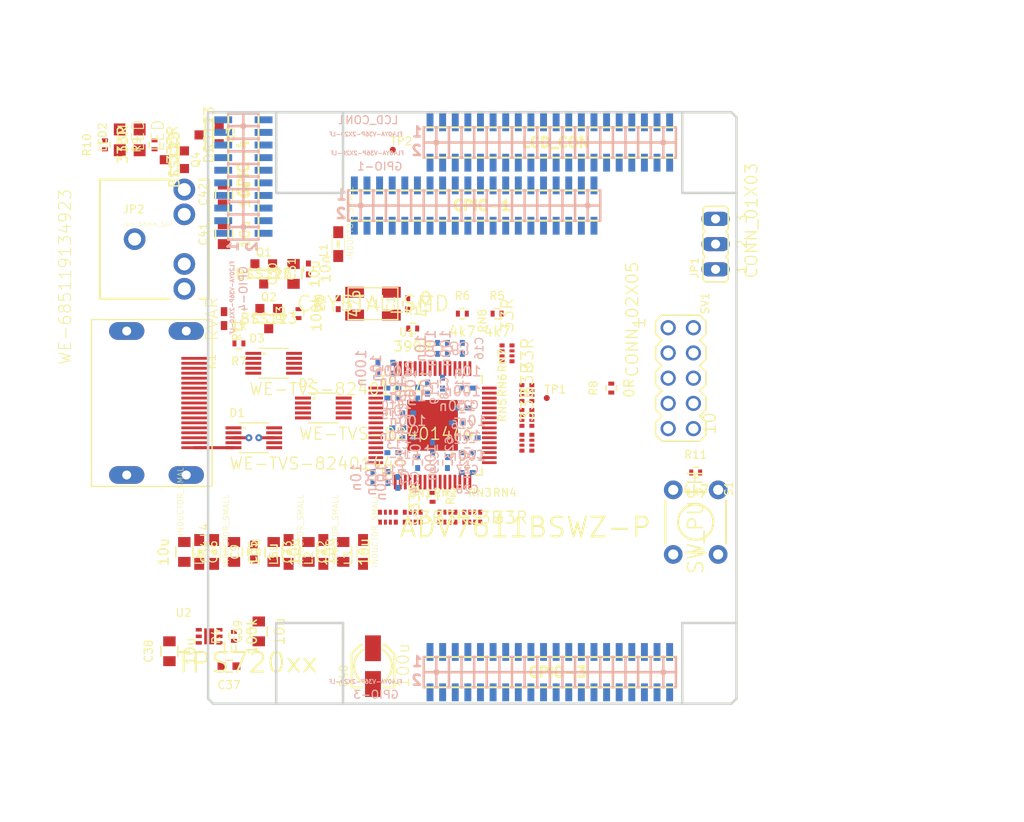
<source format=kicad_pcb>
(kicad_pcb (version 4) (host pcbnew 0.201501280107+5391~20~ubuntu14.10.1-product)
  (layers (0 F.Cu signal) (1 In1.Cu signal) (2 In2.Cu signal) (31 B.Cu signal) (34 B.Paste user hide) (35 F.Paste user hide) (36 B.SilkS user hide) (37 F.SilkS user hide) (38 B.Mask user hide) (39 F.Mask user hide) (44 Edge.Cuts user))
  (net 0 "")
  (net 1 +3.3V)
  (net 2 +5V)
  (net 3 GND)
  (net 4 XTAL_P)
  (net 5 XTAL_N)
  (net 6 CVDD_1V8)
  (net 7 PVDD_1V8)
  (net 8 TVDD_3V3)
  (net 9 DVDD_1V8)
  (net 10 DVDDIO_3V3)
  (net 11 VDD_5V)
  (net 12 "Net-(C37-Pad1)")
  (net 13 VDD_1V8)
  (net 14 "Net-(C41-Pad1)")
  (net 15 LINEINR)
  (net 16 "Net-(C42-Pad1)")
  (net 17 LINEINL)
  (net 18 "Net-(D1-Pad1)")
  (net 19 "Net-(D1-Pad2)")
  (net 20 "Net-(D1-Pad4)")
  (net 21 "Net-(D1-Pad5)")
  (net 22 "Net-(D2-Pad1)")
  (net 23 "Net-(D2-Pad2)")
  (net 24 "Net-(D2-Pad4)")
  (net 25 "Net-(D2-Pad5)")
  (net 26 HOT_PLUG_DETECT)
  (net 27 "Net-(D3-Pad2)")
  (net 28 "Net-(D3-Pad4)")
  (net 29 "Net-(D3-Pad5)")
  (net 30 "Net-(GPIO-1-Pad4)")
  (net 31 /Connectors/CSI1_PCLK)
  (net 32 "Net-(GPIO-1-Pad6)")
  (net 33 /Connectors/CSI1_MCLK)
  (net 34 "Net-(GPIO-1-Pad8)")
  (net 35 /Connectors/CSI1_HSYNC)
  (net 36 "Net-(GPIO-1-Pad10)")
  (net 37 /Connectors/CSI1_VSYNC)
  (net 38 "Net-(GPIO-1-Pad12)")
  (net 39 /Connectors/CSI1_D0)
  (net 40 "Net-(GPIO-1-Pad14)")
  (net 41 /Connectors/CSI1_D1)
  (net 42 "Net-(GPIO-1-Pad16)")
  (net 43 /Connectors/CSI1_D2)
  (net 44 "Net-(GPIO-1-Pad18)")
  (net 45 /Connectors/CSI1_D3)
  (net 46 "Net-(GPIO-1-Pad20)")
  (net 47 /Connectors/CSI1_D4)
  (net 48 "Net-(GPIO-1-Pad22)")
  (net 49 /Connectors/CSI1_D5)
  (net 50 "Net-(GPIO-1-Pad24)")
  (net 51 /Connectors/CSI1_D6)
  (net 52 UART0_RX)
  (net 53 /Connectors/CSI1_D7)
  (net 54 UART0_TX)
  (net 55 "Net-(GPIO-1-Pad29)")
  (net 56 TWI2_SDA)
  (net 57 "Net-(GPIO-1-Pad31)")
  (net 58 TWI2_SCL)
  (net 59 SPI2_CS0)
  (net 60 /Connectors/ADV7611_SDA)
  (net 61 SPI2_CLK)
  (net 62 /Connectors/ADV7611_SCL)
  (net 63 SPI2_MOSI)
  (net 64 /Connectors/ADV7611_RESET)
  (net 65 SPI2_MISO)
  (net 66 "Net-(GPIO-1-Pad40)")
  (net 67 "Net-(GPIO-3-Pad1)")
  (net 68 "Net-(GPIO-3-Pad5)")
  (net 69 "Net-(GPIO-3-Pad6)")
  (net 70 /Connectors/ADV7611_INT)
  (net 71 "Net-(GPIO-3-Pad8)")
  (net 72 "Net-(GPIO-3-Pad9)")
  (net 73 /Connectors/I2S_MCLK)
  (net 74 /Connectors/CSI1_D9)
  (net 75 /Connectors/I2S_BCLK)
  (net 76 /Connectors/CSI1_D10)
  (net 77 /Connectors/I2S_LRCK)
  (net 78 /Connectors/CSI1_D11)
  (net 79 "Net-(GPIO-3-Pad16)")
  (net 80 /Connectors/CSI1_D12)
  (net 81 "Net-(GPIO-3-Pad18)")
  (net 82 /Connectors/CSI1_D13)
  (net 83 "Net-(GPIO-3-Pad20)")
  (net 84 /Connectors/CSI1_D14)
  (net 85 /Connectors/I2S_DI)
  (net 86 /Connectors/CSI1_D15)
  (net 87 "Net-(GPIO-3-Pad24)")
  (net 88 /Connectors/CSI1_D16)
  (net 89 "Net-(GPIO-3-Pad26)")
  (net 90 /Connectors/CSI1_D17)
  (net 91 "Net-(GPIO-3-Pad28)")
  (net 92 /Connectors/CSI1_D18)
  (net 93 "Net-(GPIO-3-Pad30)")
  (net 94 /Connectors/CSI1_D19)
  (net 95 "Net-(GPIO-3-Pad32)")
  (net 96 /Connectors/CSI1_D20)
  (net 97 "Net-(GPIO-3-Pad34)")
  (net 98 /Connectors/CSI1_D21)
  (net 99 /Connectors/CSI1_FIELD)
  (net 100 /Connectors/CSI1_D22)
  (net 101 "Net-(GPIO-3-Pad38)")
  (net 102 /Connectors/CSI1_D23)
  (net 103 "Net-(GPIO-3-Pad40)")
  (net 104 "Net-(GPIO-4-Pad3)")
  (net 105 "Net-(GPIO-4-Pad4)")
  (net 106 "Net-(GPIO-4-Pad5)")
  (net 107 "Net-(GPIO-4-Pad6)")
  (net 108 "Net-(GPIO-4-Pad7)")
  (net 109 "Net-(GPIO-4-Pad8)")
  (net 110 "Net-(GPIO-4-Pad9)")
  (net 111 "Net-(GPIO-4-Pad10)")
  (net 112 "Net-(GPIO-4-Pad11)")
  (net 113 /Connectors/GPIO2)
  (net 114 /Connectors/GPIO3)
  (net 115 "Net-(GPIO-4-Pad16)")
  (net 116 "Net-(GPIO-4-Pad17)")
  (net 117 "Net-(GPIO-4-Pad18)")
  (net 118 "Net-(GPIO-4-Pad19)")
  (net 119 "Net-(GPIO-4-Pad20)")
  (net 120 "Net-(K1-Pad14)")
  (net 121 HDMI_5V)
  (net 122 "Net-(Q1-PadD)")
  (net 123 "Net-(LED1-Pad2)")
  (net 124 "Net-(LED2-Pad2)")
  (net 125 "Net-(R2-Pad2)")
  (net 126 "Net-(LED1-Pad1)")
  (net 127 "Net-(LED2-Pad1)")
  (net 128 /Connectors/PB2/PWM0)
  (net 129 "Net-(RN1-Pad1)")
  (net 130 "Net-(RN1-Pad2)")
  (net 131 "Net-(RN1-Pad3)")
  (net 132 "Net-(RN1-Pad4)")
  (net 133 "Net-(RN2-Pad1)")
  (net 134 "Net-(RN2-Pad2)")
  (net 135 "Net-(RN2-Pad3)")
  (net 136 "Net-(RN2-Pad4)")
  (net 137 "Net-(RN3-Pad1)")
  (net 138 "Net-(RN3-Pad2)")
  (net 139 "Net-(RN3-Pad3)")
  (net 140 "Net-(RN3-Pad4)")
  (net 141 "Net-(RN4-Pad1)")
  (net 142 "Net-(RN4-Pad2)")
  (net 143 "Net-(RN4-Pad3)")
  (net 144 "Net-(RN4-Pad4)")
  (net 145 /Connectors/CSI1_D8)
  (net 146 "Net-(RN5-Pad1)")
  (net 147 "Net-(RN5-Pad2)")
  (net 148 "Net-(RN5-Pad3)")
  (net 149 "Net-(RN5-Pad4)")
  (net 150 "Net-(RN6-Pad1)")
  (net 151 "Net-(RN6-Pad2)")
  (net 152 "Net-(RN6-Pad3)")
  (net 153 "Net-(RN6-Pad4)")
  (net 154 "Net-(RN7-Pad1)")
  (net 155 "Net-(RN7-Pad2)")
  (net 156 "Net-(RN7-Pad3)")
  (net 157 "Net-(RN7-Pad4)")
  (net 158 "Net-(RN7-Pad5)")
  (net 159 "Net-(RN7-Pad6)")
  (net 160 "Net-(RN8-Pad1)")
  (net 161 "Net-(RN8-Pad2)")
  (net 162 "Net-(RN8-Pad3)")
  (net 163 "Net-(RN8-Pad4)")
  (net 164 "Net-(U2-Pad2)")
  (module A10_OLIMEXINO_LIME_SHIELD_1-YA-V36P-2X20-LF (layer B.Cu) (at 7.8105 26.6065)
    (fp_text reference GPIO-3 (at -17.5006 2.2606) (layer B.SilkS) (effects (font (size 0.8 0.8) (thickness 0.12)) (justify mirror)))
    (fp_text value FL40YA-V36P-2X20-LF (at -18.5674 0.9525) (layer B.SilkS) (effects (font (size 0.4064 0.4064) (thickness 0.0889)) (justify mirror)))
    (fp_text user 2 (at -13.41 0.8) (layer B.SilkS) (effects (font (size 1.016 1.016) (thickness 0.254)) (justify mirror)))
    (fp_text user 1 (at -13.35 -1.07) (layer B.SilkS) (effects (font (size 1.016 1.016) (thickness 0.254)) (justify mirror)))
    (pad 1 smd rect (at -12.065 -2.032 270) (size 1.79832 0.6985) (layers B.Cu B.Paste B.Mask) (net 67 "Net-(GPIO-3-Pad1)"))
    (pad 2 smd rect (at -12.065 2.032 270) (size 1.79832 0.6985) (layers B.Cu B.Paste B.Mask) (net 3 GND))
    (pad 3 smd rect (at -10.795 -2.032 270) (size 1.79832 0.6985) (layers B.Cu B.Paste B.Mask) (net 1 +3.3V))
    (pad 4 smd rect (at -10.795 2.032 270) (size 1.79832 0.6985) (layers B.Cu B.Paste B.Mask) (net 3 GND))
    (pad 5 smd rect (at -9.525 -2.032 270) (size 1.79832 0.6985) (layers B.Cu B.Paste B.Mask) (net 68 "Net-(GPIO-3-Pad5)"))
    (pad 6 smd rect (at -9.525 2.032 270) (size 1.79832 0.6985) (layers B.Cu B.Paste B.Mask) (net 69 "Net-(GPIO-3-Pad6)"))
    (pad 7 smd rect (at -8.255 -2.032 270) (size 1.79832 0.6985) (layers B.Cu B.Paste B.Mask) (net 70 /Connectors/ADV7611_INT))
    (pad 8 smd rect (at -8.255 2.032 270) (size 1.79832 0.6985) (layers B.Cu B.Paste B.Mask) (net 71 "Net-(GPIO-3-Pad8)"))
    (pad 9 smd rect (at -6.985 -2.032 270) (size 1.79832 0.6985) (layers B.Cu B.Paste B.Mask) (net 72 "Net-(GPIO-3-Pad9)"))
    (pad 10 smd rect (at -6.985 2.032 270) (size 1.79832 0.6985) (layers B.Cu B.Paste B.Mask) (net 73 /Connectors/I2S_MCLK))
    (pad 11 smd rect (at -5.715 -2.032 270) (size 1.79832 0.6985) (layers B.Cu B.Paste B.Mask) (net 74 /Connectors/CSI1_D9))
    (pad 12 smd rect (at -5.715 2.032 270) (size 1.79832 0.6985) (layers B.Cu B.Paste B.Mask) (net 75 /Connectors/I2S_BCLK))
    (pad 13 smd rect (at -4.445 -2.032 270) (size 1.79832 0.6985) (layers B.Cu B.Paste B.Mask) (net 76 /Connectors/CSI1_D10))
    (pad 14 smd rect (at -4.445 2.032 270) (size 1.79832 0.6985) (layers B.Cu B.Paste B.Mask) (net 77 /Connectors/I2S_LRCK))
    (pad 15 smd rect (at -3.175 -2.032 270) (size 1.79832 0.6985) (layers B.Cu B.Paste B.Mask) (net 78 /Connectors/CSI1_D11))
    (pad 16 smd rect (at -3.175 2.032 270) (size 1.79832 0.6985) (layers B.Cu B.Paste B.Mask) (net 79 "Net-(GPIO-3-Pad16)"))
    (pad 17 smd rect (at -1.905 -2.032 270) (size 1.79832 0.6985) (layers B.Cu B.Paste B.Mask) (net 80 /Connectors/CSI1_D12))
    (pad 18 smd rect (at -1.905 2.032 270) (size 1.79832 0.6985) (layers B.Cu B.Paste B.Mask) (net 81 "Net-(GPIO-3-Pad18)"))
    (pad 19 smd rect (at -0.635 -2.032 270) (size 1.79832 0.6985) (layers B.Cu B.Paste B.Mask) (net 82 /Connectors/CSI1_D13))
    (pad 20 smd rect (at -0.635 2.032 270) (size 1.79832 0.6985) (layers B.Cu B.Paste B.Mask) (net 83 "Net-(GPIO-3-Pad20)"))
    (pad 21 smd rect (at 0.635 -2.032 270) (size 1.79832 0.6985) (layers B.Cu B.Paste B.Mask) (net 84 /Connectors/CSI1_D14))
    (pad 22 smd rect (at 0.635 2.032 270) (size 1.79832 0.6985) (layers B.Cu B.Paste B.Mask) (net 85 /Connectors/I2S_DI))
    (pad 23 smd rect (at 1.905 -2.032 270) (size 1.79832 0.6985) (layers B.Cu B.Paste B.Mask) (net 86 /Connectors/CSI1_D15))
    (pad 24 smd rect (at 1.905 2.032 270) (size 1.79832 0.6985) (layers B.Cu B.Paste B.Mask) (net 87 "Net-(GPIO-3-Pad24)"))
    (pad 25 smd rect (at 3.175 -2.032 270) (size 1.79832 0.6985) (layers B.Cu B.Paste B.Mask) (net 88 /Connectors/CSI1_D16))
    (pad 26 smd rect (at 3.175 2.032 270) (size 1.79832 0.6985) (layers B.Cu B.Paste B.Mask) (net 89 "Net-(GPIO-3-Pad26)"))
    (pad 27 smd rect (at 4.445 -2.032 270) (size 1.79832 0.6985) (layers B.Cu B.Paste B.Mask) (net 90 /Connectors/CSI1_D17))
    (pad 28 smd rect (at 4.445 2.032 270) (size 1.79832 0.6985) (layers B.Cu B.Paste B.Mask) (net 91 "Net-(GPIO-3-Pad28)"))
    (pad 29 smd rect (at 5.715 -2.032 270) (size 1.79832 0.6985) (layers B.Cu B.Paste B.Mask) (net 92 /Connectors/CSI1_D18))
    (pad 30 smd rect (at 5.715 2.032 270) (size 1.79832 0.6985) (layers B.Cu B.Paste B.Mask) (net 93 "Net-(GPIO-3-Pad30)"))
    (pad 31 smd rect (at 6.985 -2.032 270) (size 1.79832 0.6985) (layers B.Cu B.Paste B.Mask) (net 94 /Connectors/CSI1_D19))
    (pad 32 smd rect (at 6.985 2.032 270) (size 1.79832 0.6985) (layers B.Cu B.Paste B.Mask) (net 95 "Net-(GPIO-3-Pad32)"))
    (pad 33 smd rect (at 8.255 -2.032 270) (size 1.79832 0.6985) (layers B.Cu B.Paste B.Mask) (net 96 /Connectors/CSI1_D20))
    (pad 34 smd rect (at 8.255 2.032 270) (size 1.79832 0.6985) (layers B.Cu B.Paste B.Mask) (net 97 "Net-(GPIO-3-Pad34)"))
    (pad 35 smd rect (at 9.525 -2.032 270) (size 1.79832 0.6985) (layers B.Cu B.Paste B.Mask) (net 98 /Connectors/CSI1_D21))
    (pad 36 smd rect (at 9.525 2.032 270) (size 1.79832 0.6985) (layers B.Cu B.Paste B.Mask) (net 99 /Connectors/CSI1_FIELD))
    (pad 37 smd rect (at 10.795 -2.032 270) (size 1.79832 0.6985) (layers B.Cu B.Paste B.Mask) (net 100 /Connectors/CSI1_D22))
    (pad 38 smd rect (at 10.795 2.032 270) (size 1.79832 0.6985) (layers B.Cu B.Paste B.Mask) (net 101 "Net-(GPIO-3-Pad38)"))
    (pad 39 smd rect (at 12.065 -2.032 270) (size 1.79832 0.6985) (layers B.Cu B.Paste B.Mask) (net 102 /Connectors/CSI1_D23))
    (pad 40 smd rect (at 12.065 2.032 270) (size 1.79832 0.6985) (layers B.Cu B.Paste B.Mask) (net 103 "Net-(GPIO-3-Pad40)"))
  )
  (module A10_OLIMEXINO_LIME_SHIELD_1-YA-V36P-2X20-LF (layer B.Cu) (at 0.1905 -20.3835)
    (fp_text reference GPIO-1 (at -9.5123 -3.937) (layer B.SilkS) (effects (font (size 0.8 0.8) (thickness 0.12)) (justify mirror)))
    (fp_text value FL40YA-V36P-2X20-LF (at -10.7823 -5.2832) (layer B.SilkS) (effects (font (size 0.4064 0.4064) (thickness 0.0889)) (justify mirror)))
    (fp_text user 2 (at -13.41 0.8) (layer B.SilkS) (effects (font (size 1.016 1.016) (thickness 0.254)) (justify mirror)))
    (fp_text user 1 (at -13.35 -1.07) (layer B.SilkS) (effects (font (size 1.016 1.016) (thickness 0.254)) (justify mirror)))
    (pad 1 smd rect (at -12.065 -2.032 270) (size 1.79832 0.6985) (layers B.Cu B.Paste B.Mask) (net 2 +5V))
    (pad 2 smd rect (at -12.065 2.032 270) (size 1.79832 0.6985) (layers B.Cu B.Paste B.Mask) (net 3 GND))
    (pad 3 smd rect (at -10.795 -2.032 270) (size 1.79832 0.6985) (layers B.Cu B.Paste B.Mask) (net 1 +3.3V))
    (pad 4 smd rect (at -10.795 2.032 270) (size 1.79832 0.6985) (layers B.Cu B.Paste B.Mask) (net 30 "Net-(GPIO-1-Pad4)"))
    (pad 5 smd rect (at -9.525 -2.032 270) (size 1.79832 0.6985) (layers B.Cu B.Paste B.Mask) (net 31 /Connectors/CSI1_PCLK))
    (pad 6 smd rect (at -9.525 2.032 270) (size 1.79832 0.6985) (layers B.Cu B.Paste B.Mask) (net 32 "Net-(GPIO-1-Pad6)"))
    (pad 7 smd rect (at -8.255 -2.032 270) (size 1.79832 0.6985) (layers B.Cu B.Paste B.Mask) (net 33 /Connectors/CSI1_MCLK))
    (pad 8 smd rect (at -8.255 2.032 270) (size 1.79832 0.6985) (layers B.Cu B.Paste B.Mask) (net 34 "Net-(GPIO-1-Pad8)"))
    (pad 9 smd rect (at -6.985 -2.032 270) (size 1.79832 0.6985) (layers B.Cu B.Paste B.Mask) (net 35 /Connectors/CSI1_HSYNC))
    (pad 10 smd rect (at -6.985 2.032 270) (size 1.79832 0.6985) (layers B.Cu B.Paste B.Mask) (net 36 "Net-(GPIO-1-Pad10)"))
    (pad 11 smd rect (at -5.715 -2.032 270) (size 1.79832 0.6985) (layers B.Cu B.Paste B.Mask) (net 37 /Connectors/CSI1_VSYNC))
    (pad 12 smd rect (at -5.715 2.032 270) (size 1.79832 0.6985) (layers B.Cu B.Paste B.Mask) (net 38 "Net-(GPIO-1-Pad12)"))
    (pad 13 smd rect (at -4.445 -2.032 270) (size 1.79832 0.6985) (layers B.Cu B.Paste B.Mask) (net 39 /Connectors/CSI1_D0))
    (pad 14 smd rect (at -4.445 2.032 270) (size 1.79832 0.6985) (layers B.Cu B.Paste B.Mask) (net 40 "Net-(GPIO-1-Pad14)"))
    (pad 15 smd rect (at -3.175 -2.032 270) (size 1.79832 0.6985) (layers B.Cu B.Paste B.Mask) (net 41 /Connectors/CSI1_D1))
    (pad 16 smd rect (at -3.175 2.032 270) (size 1.79832 0.6985) (layers B.Cu B.Paste B.Mask) (net 42 "Net-(GPIO-1-Pad16)"))
    (pad 17 smd rect (at -1.905 -2.032 270) (size 1.79832 0.6985) (layers B.Cu B.Paste B.Mask) (net 43 /Connectors/CSI1_D2))
    (pad 18 smd rect (at -1.905 2.032 270) (size 1.79832 0.6985) (layers B.Cu B.Paste B.Mask) (net 44 "Net-(GPIO-1-Pad18)"))
    (pad 19 smd rect (at -0.635 -2.032 270) (size 1.79832 0.6985) (layers B.Cu B.Paste B.Mask) (net 45 /Connectors/CSI1_D3))
    (pad 20 smd rect (at -0.635 2.032 270) (size 1.79832 0.6985) (layers B.Cu B.Paste B.Mask) (net 46 "Net-(GPIO-1-Pad20)"))
    (pad 21 smd rect (at 0.635 -2.032 270) (size 1.79832 0.6985) (layers B.Cu B.Paste B.Mask) (net 47 /Connectors/CSI1_D4))
    (pad 22 smd rect (at 0.635 2.032 270) (size 1.79832 0.6985) (layers B.Cu B.Paste B.Mask) (net 48 "Net-(GPIO-1-Pad22)"))
    (pad 23 smd rect (at 1.905 -2.032 270) (size 1.79832 0.6985) (layers B.Cu B.Paste B.Mask) (net 49 /Connectors/CSI1_D5))
    (pad 24 smd rect (at 1.905 2.032 270) (size 1.79832 0.6985) (layers B.Cu B.Paste B.Mask) (net 50 "Net-(GPIO-1-Pad24)"))
    (pad 25 smd rect (at 3.175 -2.032 270) (size 1.79832 0.6985) (layers B.Cu B.Paste B.Mask) (net 51 /Connectors/CSI1_D6))
    (pad 26 smd rect (at 3.175 2.032 270) (size 1.79832 0.6985) (layers B.Cu B.Paste B.Mask) (net 52 UART0_RX))
    (pad 27 smd rect (at 4.445 -2.032 270) (size 1.79832 0.6985) (layers B.Cu B.Paste B.Mask) (net 53 /Connectors/CSI1_D7))
    (pad 28 smd rect (at 4.445 2.032 270) (size 1.79832 0.6985) (layers B.Cu B.Paste B.Mask) (net 54 UART0_TX))
    (pad 29 smd rect (at 5.715 -2.032 270) (size 1.79832 0.6985) (layers B.Cu B.Paste B.Mask) (net 55 "Net-(GPIO-1-Pad29)"))
    (pad 30 smd rect (at 5.715 2.032 270) (size 1.79832 0.6985) (layers B.Cu B.Paste B.Mask) (net 56 TWI2_SDA))
    (pad 31 smd rect (at 6.985 -2.032 270) (size 1.79832 0.6985) (layers B.Cu B.Paste B.Mask) (net 57 "Net-(GPIO-1-Pad31)"))
    (pad 32 smd rect (at 6.985 2.032 270) (size 1.79832 0.6985) (layers B.Cu B.Paste B.Mask) (net 58 TWI2_SCL))
    (pad 33 smd rect (at 8.255 -2.032 270) (size 1.79832 0.6985) (layers B.Cu B.Paste B.Mask) (net 59 SPI2_CS0))
    (pad 34 smd rect (at 8.255 2.032 270) (size 1.79832 0.6985) (layers B.Cu B.Paste B.Mask) (net 60 /Connectors/ADV7611_SDA))
    (pad 35 smd rect (at 9.525 -2.032 270) (size 1.79832 0.6985) (layers B.Cu B.Paste B.Mask) (net 61 SPI2_CLK))
    (pad 36 smd rect (at 9.525 2.032 270) (size 1.79832 0.6985) (layers B.Cu B.Paste B.Mask) (net 62 /Connectors/ADV7611_SCL))
    (pad 37 smd rect (at 10.795 -2.032 270) (size 1.79832 0.6985) (layers B.Cu B.Paste B.Mask) (net 63 SPI2_MOSI))
    (pad 38 smd rect (at 10.795 2.032 270) (size 1.79832 0.6985) (layers B.Cu B.Paste B.Mask) (net 64 /Connectors/ADV7611_RESET))
    (pad 39 smd rect (at 12.065 -2.032 270) (size 1.79832 0.6985) (layers B.Cu B.Paste B.Mask) (net 65 SPI2_MISO))
    (pad 40 smd rect (at 12.065 2.032 270) (size 1.79832 0.6985) (layers B.Cu B.Paste B.Mask) (net 66 "Net-(GPIO-1-Pad40)"))
  )
  (module A10_OLIMEXINO_LIME_SHIELD_1-YA-V36P-2X20-LF (layer B.Cu) (at 7.8105 -26.7335)
    (fp_text reference LCD_CON1 (at -18.3134 -2.2606) (layer B.SilkS) (effects (font (size 0.8 0.8) (thickness 0.12)) (justify mirror)))
    (fp_text value FL40YA-V36P-2X20-LF (at -18.5293 -0.8382) (layer B.SilkS) (effects (font (size 0.4064 0.4064) (thickness 0.0889)) (justify mirror)))
    (fp_text user 2 (at -13.41 0.8) (layer B.SilkS) (effects (font (size 1.016 1.016) (thickness 0.254)) (justify mirror)))
    (fp_text user 1 (at -13.35 -1.07) (layer B.SilkS) (effects (font (size 1.016 1.016) (thickness 0.254)) (justify mirror)))
    (pad 1 smd rect (at -12.065 -2.032 270) (size 1.79832 0.6985) (layers B.Cu B.Paste B.Mask) (net 2 +5V))
    (pad 2 smd rect (at -12.065 2.032 270) (size 1.79832 0.6985) (layers B.Cu B.Paste B.Mask) (net 3 GND))
    (pad 3 smd rect (at -10.795 -2.032 270) (size 1.79832 0.6985) (layers B.Cu B.Paste B.Mask) (net 1 +3.3V))
    (pad 4 smd rect (at -10.795 2.032 270) (size 1.79832 0.6985) (layers B.Cu B.Paste B.Mask) (net 3 GND))
    (pad 5 smd rect (at -9.525 -2.032 270) (size 1.79832 0.6985) (layers B.Cu B.Paste B.Mask))
    (pad 6 smd rect (at -9.525 2.032 270) (size 1.79832 0.6985) (layers B.Cu B.Paste B.Mask))
    (pad 7 smd rect (at -8.255 -2.032 270) (size 1.79832 0.6985) (layers B.Cu B.Paste B.Mask))
    (pad 8 smd rect (at -8.255 2.032 270) (size 1.79832 0.6985) (layers B.Cu B.Paste B.Mask))
    (pad 9 smd rect (at -6.985 -2.032 270) (size 1.79832 0.6985) (layers B.Cu B.Paste B.Mask))
    (pad 10 smd rect (at -6.985 2.032 270) (size 1.79832 0.6985) (layers B.Cu B.Paste B.Mask))
    (pad 11 smd rect (at -5.715 -2.032 270) (size 1.79832 0.6985) (layers B.Cu B.Paste B.Mask))
    (pad 12 smd rect (at -5.715 2.032 270) (size 1.79832 0.6985) (layers B.Cu B.Paste B.Mask))
    (pad 13 smd rect (at -4.445 -2.032 270) (size 1.79832 0.6985) (layers B.Cu B.Paste B.Mask))
    (pad 14 smd rect (at -4.445 2.032 270) (size 1.79832 0.6985) (layers B.Cu B.Paste B.Mask))
    (pad 15 smd rect (at -3.175 -2.032 270) (size 1.79832 0.6985) (layers B.Cu B.Paste B.Mask))
    (pad 16 smd rect (at -3.175 2.032 270) (size 1.79832 0.6985) (layers B.Cu B.Paste B.Mask))
    (pad 17 smd rect (at -1.905 -2.032 270) (size 1.79832 0.6985) (layers B.Cu B.Paste B.Mask))
    (pad 18 smd rect (at -1.905 2.032 270) (size 1.79832 0.6985) (layers B.Cu B.Paste B.Mask))
    (pad 19 smd rect (at -0.635 -2.032 270) (size 1.79832 0.6985) (layers B.Cu B.Paste B.Mask))
    (pad 20 smd rect (at -0.635 2.032 270) (size 1.79832 0.6985) (layers B.Cu B.Paste B.Mask))
    (pad 21 smd rect (at 0.635 -2.032 270) (size 1.79832 0.6985) (layers B.Cu B.Paste B.Mask))
    (pad 22 smd rect (at 0.635 2.032 270) (size 1.79832 0.6985) (layers B.Cu B.Paste B.Mask))
    (pad 23 smd rect (at 1.905 -2.032 270) (size 1.79832 0.6985) (layers B.Cu B.Paste B.Mask))
    (pad 24 smd rect (at 1.905 2.032 270) (size 1.79832 0.6985) (layers B.Cu B.Paste B.Mask))
    (pad 25 smd rect (at 3.175 -2.032 270) (size 1.79832 0.6985) (layers B.Cu B.Paste B.Mask))
    (pad 26 smd rect (at 3.175 2.032 270) (size 1.79832 0.6985) (layers B.Cu B.Paste B.Mask))
    (pad 27 smd rect (at 4.445 -2.032 270) (size 1.79832 0.6985) (layers B.Cu B.Paste B.Mask))
    (pad 28 smd rect (at 4.445 2.032 270) (size 1.79832 0.6985) (layers B.Cu B.Paste B.Mask))
    (pad 29 smd rect (at 5.715 -2.032 270) (size 1.79832 0.6985) (layers B.Cu B.Paste B.Mask))
    (pad 30 smd rect (at 5.715 2.032 270) (size 1.79832 0.6985) (layers B.Cu B.Paste B.Mask))
    (pad 31 smd rect (at 6.985 -2.032 270) (size 1.79832 0.6985) (layers B.Cu B.Paste B.Mask))
    (pad 32 smd rect (at 6.985 2.032 270) (size 1.79832 0.6985) (layers B.Cu B.Paste B.Mask))
    (pad 33 smd rect (at 8.255 -2.032 270) (size 1.79832 0.6985) (layers B.Cu B.Paste B.Mask))
    (pad 34 smd rect (at 8.255 2.032 270) (size 1.79832 0.6985) (layers B.Cu B.Paste B.Mask))
    (pad 35 smd rect (at 9.525 -2.032 270) (size 1.79832 0.6985) (layers B.Cu B.Paste B.Mask))
    (pad 36 smd rect (at 9.525 2.032 270) (size 1.79832 0.6985) (layers B.Cu B.Paste B.Mask))
    (pad 37 smd rect (at 10.795 -2.032 270) (size 1.79832 0.6985) (layers B.Cu B.Paste B.Mask))
    (pad 38 smd rect (at 10.795 2.032 270) (size 1.79832 0.6985) (layers B.Cu B.Paste B.Mask))
    (pad 39 smd rect (at 12.065 -2.032 270) (size 1.79832 0.6985) (layers B.Cu B.Paste B.Mask))
    (pad 40 smd rect (at 12.065 2.032 270) (size 1.79832 0.6985) (layers B.Cu B.Paste B.Mask))
  )
  (module A10_OLIMEXINO_LIME_SHIELD_1-YA-V36P-2X10-LF (layer B.Cu) (at -23.0505 -23.3045 90)
    (fp_text reference GPIO-4 (at -11.303 0 90) (layer B.SilkS) (effects (font (size 0.8 0.8) (thickness 0.12)) (justify mirror)))
    (fp_text value FL20YA-V36P-2X10-LF (at -12.2174 -1.1303 90) (layer B.SilkS) (effects (font (size 0.4064 0.4064) (thickness 0.0889)) (justify mirror)))
    (fp_text user 2 (at -7.07 0.86 90) (layer B.SilkS) (effects (font (size 1.016 1.016) (thickness 0.254)) (justify mirror)))
    (fp_text user 1 (at -7.05 -1.04 90) (layer B.SilkS) (effects (font (size 1.016 1.016) (thickness 0.254)) (justify mirror)))
    (pad 1 smd rect (at -5.715 -2.032) (size 1.79832 0.6985) (layers B.Cu B.Paste B.Mask) (net 1 +3.3V))
    (pad 2 smd rect (at -5.715 2.032) (size 1.79832 0.6985) (layers B.Cu B.Paste B.Mask) (net 3 GND))
    (pad 3 smd rect (at -4.445 -2.032) (size 1.79832 0.6985) (layers B.Cu B.Paste B.Mask) (net 104 "Net-(GPIO-4-Pad3)"))
    (pad 4 smd rect (at -4.445 2.032) (size 1.79832 0.6985) (layers B.Cu B.Paste B.Mask) (net 105 "Net-(GPIO-4-Pad4)"))
    (pad 5 smd rect (at -3.175 -2.032) (size 1.79832 0.6985) (layers B.Cu B.Paste B.Mask) (net 106 "Net-(GPIO-4-Pad5)"))
    (pad 6 smd rect (at -3.175 2.032) (size 1.79832 0.6985) (layers B.Cu B.Paste B.Mask) (net 107 "Net-(GPIO-4-Pad6)"))
    (pad 7 smd rect (at -1.905 -2.032) (size 1.79832 0.6985) (layers B.Cu B.Paste B.Mask) (net 108 "Net-(GPIO-4-Pad7)"))
    (pad 8 smd rect (at -1.905 2.032) (size 1.79832 0.6985) (layers B.Cu B.Paste B.Mask) (net 109 "Net-(GPIO-4-Pad8)"))
    (pad 9 smd rect (at -0.635 -2.032) (size 1.79832 0.6985) (layers B.Cu B.Paste B.Mask) (net 110 "Net-(GPIO-4-Pad9)"))
    (pad 10 smd rect (at -0.635 2.032) (size 1.79832 0.6985) (layers B.Cu B.Paste B.Mask) (net 111 "Net-(GPIO-4-Pad10)"))
    (pad 11 smd rect (at 0.635 -2.032) (size 1.79832 0.6985) (layers B.Cu B.Paste B.Mask) (net 112 "Net-(GPIO-4-Pad11)"))
    (pad 12 smd rect (at 0.635 2.032) (size 1.79832 0.6985) (layers B.Cu B.Paste B.Mask) (net 113 /Connectors/GPIO2))
    (pad 13 smd rect (at 1.905 -2.032) (size 1.79832 0.6985) (layers B.Cu B.Paste B.Mask) (net 15 LINEINR))
    (pad 14 smd rect (at 1.905 2.032) (size 1.79832 0.6985) (layers B.Cu B.Paste B.Mask) (net 114 /Connectors/GPIO3))
    (pad 15 smd rect (at 3.175 -2.032) (size 1.79832 0.6985) (layers B.Cu B.Paste B.Mask) (net 17 LINEINL))
    (pad 16 smd rect (at 3.175 2.032) (size 1.79832 0.6985) (layers B.Cu B.Paste B.Mask) (net 115 "Net-(GPIO-4-Pad16)"))
    (pad 17 smd rect (at 4.445 -2.032) (size 1.79832 0.6985) (layers B.Cu B.Paste B.Mask) (net 116 "Net-(GPIO-4-Pad17)"))
    (pad 18 smd rect (at 4.445 2.032) (size 1.79832 0.6985) (layers B.Cu B.Paste B.Mask) (net 117 "Net-(GPIO-4-Pad18)"))
    (pad 19 smd rect (at 5.715 -2.032) (size 1.79832 0.6985) (layers B.Cu B.Paste B.Mask) (net 118 "Net-(GPIO-4-Pad19)"))
    (pad 20 smd rect (at 5.715 2.032) (size 1.79832 0.6985) (layers B.Cu B.Paste B.Mask) (net 119 "Net-(GPIO-4-Pad20)"))
  )
  (module Capacitors_SMD:C_0402 (layer F.Cu) (at -6.5 -10.5 90)
    (fp_text reference C1 (at 0 -1.7 90) (layer F.SilkS) (effects (font (size 0.8 0.8) (thickness 0.12))))
    (fp_text value 47p (at 0 1.7 90) (layer F.SilkS))
    (pad 1 smd rect (at -0.55 0 90) (size 0.6 0.5) (layers F.Cu F.Paste F.Mask) (net 4 XTAL_P))
    (pad 2 smd rect (at 0.55 0 90) (size 0.6 0.5) (layers F.Cu F.Paste F.Mask) (net 3 GND))
  )
  (module Capacitors_SMD:C_0402 (layer F.Cu) (at -13.5 -10.5 90)
    (fp_text reference C2 (at 0 -1.7 90) (layer F.SilkS) (effects (font (size 0.8 0.8) (thickness 0.12))))
    (fp_text value 47p (at 0 1.7 90) (layer F.SilkS))
    (pad 1 smd rect (at -0.55 0 90) (size 0.6 0.5) (layers F.Cu F.Paste F.Mask) (net 5 XTAL_N))
    (pad 2 smd rect (at 0.55 0 90) (size 0.6 0.5) (layers F.Cu F.Paste F.Mask) (net 3 GND))
  )
  (module Capacitors_SMD:C_0402 (layer B.Cu) (at -9.5 -4 90)
    (fp_text reference C3 (at 0 1.7 90) (layer B.SilkS) (effects (font (size 0.8 0.8) (thickness 0.12)) (justify mirror)))
    (fp_text value 100n (at 0 -1.7 90) (layer B.SilkS) (effects (justify mirror)))
    (pad 1 smd rect (at -0.55 0 90) (size 0.6 0.5) (layers B.Cu B.Paste B.Mask) (net 6 CVDD_1V8))
    (pad 2 smd rect (at 0.55 0 90) (size 0.6 0.5) (layers B.Cu B.Paste B.Mask) (net 3 GND))
  )
  (module Capacitors_SMD:C_0402 (layer B.Cu) (at -8 -4 90)
    (fp_text reference C4 (at 0 1.7 90) (layer B.SilkS) (effects (font (size 0.8 0.8) (thickness 0.12)) (justify mirror)))
    (fp_text value 10n (at 0 -1.7 90) (layer B.SilkS) (effects (justify mirror)))
    (pad 1 smd rect (at -0.55 0 90) (size 0.6 0.5) (layers B.Cu B.Paste B.Mask) (net 6 CVDD_1V8))
    (pad 2 smd rect (at 0.55 0 90) (size 0.6 0.5) (layers B.Cu B.Paste B.Mask) (net 3 GND))
  )
  (module Capacitors_SMD:C_0402 (layer B.Cu) (at -2.5 -6 90)
    (fp_text reference C5 (at 0 1.7 90) (layer B.SilkS) (effects (font (size 0.8 0.8) (thickness 0.12)) (justify mirror)))
    (fp_text value 100n (at 0 -1.7 90) (layer B.SilkS) (effects (justify mirror)))
    (pad 1 smd rect (at -0.55 0 90) (size 0.6 0.5) (layers B.Cu B.Paste B.Mask) (net 7 PVDD_1V8))
    (pad 2 smd rect (at 0.55 0 90) (size 0.6 0.5) (layers B.Cu B.Paste B.Mask) (net 3 GND))
  )
  (module Capacitors_SMD:C_0402 (layer B.Cu) (at -3.5 -6 90)
    (fp_text reference C6 (at 0 1.7 90) (layer B.SilkS) (effects (font (size 0.8 0.8) (thickness 0.12)) (justify mirror)))
    (fp_text value 10n (at 0 -1.7 90) (layer B.SilkS) (effects (justify mirror)))
    (pad 1 smd rect (at -0.55 0 90) (size 0.6 0.5) (layers B.Cu B.Paste B.Mask) (net 7 PVDD_1V8))
    (pad 2 smd rect (at 0.55 0 90) (size 0.6 0.5) (layers B.Cu B.Paste B.Mask) (net 3 GND))
  )
  (module Capacitors_SMD:C_0402 (layer B.Cu) (at -8.5 7 90)
    (fp_text reference C7 (at 0 1.7 90) (layer B.SilkS) (effects (font (size 0.8 0.8) (thickness 0.12)) (justify mirror)))
    (fp_text value 100n (at 0 -1.7 90) (layer B.SilkS) (effects (justify mirror)))
    (pad 1 smd rect (at -0.55 0 90) (size 0.6 0.5) (layers B.Cu B.Paste B.Mask) (net 6 CVDD_1V8))
    (pad 2 smd rect (at 0.55 0 90) (size 0.6 0.5) (layers B.Cu B.Paste B.Mask) (net 3 GND))
  )
  (module Capacitors_SMD:C_0402 (layer B.Cu) (at -10 7 90)
    (fp_text reference C8 (at 0 1.7 90) (layer B.SilkS) (effects (font (size 0.8 0.8) (thickness 0.12)) (justify mirror)))
    (fp_text value 10n (at 0 -1.7 90) (layer B.SilkS) (effects (justify mirror)))
    (pad 1 smd rect (at -0.55 0 90) (size 0.6 0.5) (layers B.Cu B.Paste B.Mask) (net 6 CVDD_1V8))
    (pad 2 smd rect (at 0.55 0 90) (size 0.6 0.5) (layers B.Cu B.Paste B.Mask) (net 3 GND))
  )
  (module Capacitors_SMD:C_0603 (layer F.Cu) (at -22 14.5 90)
    (fp_text reference C9 (at 0 -1.9 90) (layer F.SilkS) (effects (font (size 0.8 0.8) (thickness 0.12))))
    (fp_text value 1u (at 0 1.9 90) (layer F.SilkS))
    (pad 1 smd rect (at -0.75 0 90) (size 0.8 0.75) (layers F.Cu F.Paste F.Mask) (net 6 CVDD_1V8))
    (pad 2 smd rect (at 0.75 0 90) (size 0.8 0.75) (layers F.Cu F.Paste F.Mask) (net 3 GND))
  )
  (module Capacitors_SMD:C_0402 (layer B.Cu) (at -8 -2)
    (fp_text reference C10 (at 0 1.7) (layer B.SilkS) (effects (font (size 0.8 0.8) (thickness 0.12)) (justify mirror)))
    (fp_text value 100n (at 0 -1.7) (layer B.SilkS) (effects (justify mirror)))
    (pad 1 smd rect (at -0.55 0) (size 0.6 0.5) (layers B.Cu B.Paste B.Mask) (net 8 TVDD_3V3))
    (pad 2 smd rect (at 0.55 0) (size 0.6 0.5) (layers B.Cu B.Paste B.Mask) (net 3 GND))
  )
  (module Capacitors_SMD:C_0402 (layer B.Cu) (at -8 4.5)
    (fp_text reference C11 (at 0 1.7) (layer B.SilkS) (effects (font (size 0.8 0.8) (thickness 0.12)) (justify mirror)))
    (fp_text value 10n (at 0 -1.7) (layer B.SilkS) (effects (justify mirror)))
    (pad 1 smd rect (at -0.55 0) (size 0.6 0.5) (layers B.Cu B.Paste B.Mask) (net 8 TVDD_3V3))
    (pad 2 smd rect (at 0.55 0) (size 0.6 0.5) (layers B.Cu B.Paste B.Mask) (net 3 GND))
  )
  (module Capacitors_SMD:C_0402 (layer B.Cu) (at -6.5 3)
    (fp_text reference C12 (at 0 1.7) (layer B.SilkS) (effects (font (size 0.8 0.8) (thickness 0.12)) (justify mirror)))
    (fp_text value 100n (at 0 -1.7) (layer B.SilkS) (effects (justify mirror)))
    (pad 1 smd rect (at -0.55 0) (size 0.6 0.5) (layers B.Cu B.Paste B.Mask) (net 8 TVDD_3V3))
    (pad 2 smd rect (at 0.55 0) (size 0.6 0.5) (layers B.Cu B.Paste B.Mask) (net 3 GND))
  )
  (module Capacitors_SMD:C_0402 (layer B.Cu) (at -7.5 2)
    (fp_text reference C13 (at 0 1.7) (layer B.SilkS) (effects (font (size 0.8 0.8) (thickness 0.12)) (justify mirror)))
    (fp_text value 10n (at 0 -1.7) (layer B.SilkS) (effects (justify mirror)))
    (pad 1 smd rect (at -0.55 0) (size 0.6 0.5) (layers B.Cu B.Paste B.Mask) (net 8 TVDD_3V3))
    (pad 2 smd rect (at 0.55 0) (size 0.6 0.5) (layers B.Cu B.Paste B.Mask) (net 3 GND))
  )
  (module Capacitors_SMD:C_0402 (layer B.Cu) (at -6.5 0.5)
    (fp_text reference C14 (at 0 1.7) (layer B.SilkS) (effects (font (size 0.8 0.8) (thickness 0.12)) (justify mirror)))
    (fp_text value 100n (at 0 -1.7) (layer B.SilkS) (effects (justify mirror)))
    (pad 1 smd rect (at -0.55 0) (size 0.6 0.5) (layers B.Cu B.Paste B.Mask) (net 8 TVDD_3V3))
    (pad 2 smd rect (at 0.55 0) (size 0.6 0.5) (layers B.Cu B.Paste B.Mask) (net 3 GND))
  )
  (module Capacitors_SMD:C_0402 (layer B.Cu) (at -8 -1)
    (fp_text reference C15 (at 0 1.7) (layer B.SilkS) (effects (font (size 0.8 0.8) (thickness 0.12)) (justify mirror)))
    (fp_text value 10n (at 0 -1.7) (layer B.SilkS) (effects (justify mirror)))
    (pad 1 smd rect (at -0.55 0) (size 0.6 0.5) (layers B.Cu B.Paste B.Mask) (net 8 TVDD_3V3))
    (pad 2 smd rect (at 0.55 0) (size 0.6 0.5) (layers B.Cu B.Paste B.Mask) (net 3 GND))
  )
  (module Capacitors_SMD:C_0402 (layer B.Cu) (at -1 -6 90)
    (fp_text reference C16 (at 0 1.7 90) (layer B.SilkS) (effects (font (size 0.8 0.8) (thickness 0.12)) (justify mirror)))
    (fp_text value 100n (at 0 -1.7 90) (layer B.SilkS) (effects (justify mirror)))
    (pad 1 smd rect (at -0.55 0 90) (size 0.6 0.5) (layers B.Cu B.Paste B.Mask) (net 9 DVDD_1V8))
    (pad 2 smd rect (at 0.55 0 90) (size 0.6 0.5) (layers B.Cu B.Paste B.Mask) (net 3 GND))
  )
  (module Capacitors_SMD:C_0402 (layer B.Cu) (at -3 -2.5 90)
    (fp_text reference C17 (at 0 1.7 90) (layer B.SilkS) (effects (font (size 0.8 0.8) (thickness 0.12)) (justify mirror)))
    (fp_text value 10n (at 0 -1.7 90) (layer B.SilkS) (effects (justify mirror)))
    (pad 1 smd rect (at -0.55 0 90) (size 0.6 0.5) (layers B.Cu B.Paste B.Mask) (net 9 DVDD_1V8))
    (pad 2 smd rect (at 0.55 0 90) (size 0.6 0.5) (layers B.Cu B.Paste B.Mask) (net 3 GND))
  )
  (module Capacitors_SMD:C_0402 (layer B.Cu) (at -4.5 -2 90)
    (fp_text reference C18 (at 0 1.7 90) (layer B.SilkS) (effects (font (size 0.8 0.8) (thickness 0.12)) (justify mirror)))
    (fp_text value 100n (at 0 -1.7 90) (layer B.SilkS) (effects (justify mirror)))
    (pad 1 smd rect (at -0.55 0 90) (size 0.6 0.5) (layers B.Cu B.Paste B.Mask) (net 9 DVDD_1V8))
    (pad 2 smd rect (at 0.55 0 90) (size 0.6 0.5) (layers B.Cu B.Paste B.Mask) (net 3 GND))
  )
  (module Capacitors_SMD:C_0402 (layer B.Cu) (at -5.5 -1.5 90)
    (fp_text reference C19 (at 0 1.7 90) (layer B.SilkS) (effects (font (size 0.8 0.8) (thickness 0.12)) (justify mirror)))
    (fp_text value 10n (at 0 -1.7 90) (layer B.SilkS) (effects (justify mirror)))
    (pad 1 smd rect (at -0.55 0 90) (size 0.6 0.5) (layers B.Cu B.Paste B.Mask) (net 9 DVDD_1V8))
    (pad 2 smd rect (at 0.55 0 90) (size 0.6 0.5) (layers B.Cu B.Paste B.Mask) (net 3 GND))
  )
  (module Capacitors_SMD:C_0402 (layer B.Cu) (at -1.5 1.5)
    (fp_text reference C20 (at 0 1.7) (layer B.SilkS) (effects (font (size 0.8 0.8) (thickness 0.12)) (justify mirror)))
    (fp_text value 100n (at 0 -1.7) (layer B.SilkS) (effects (justify mirror)))
    (pad 1 smd rect (at -0.55 0) (size 0.6 0.5) (layers B.Cu B.Paste B.Mask) (net 9 DVDD_1V8))
    (pad 2 smd rect (at 0.55 0) (size 0.6 0.5) (layers B.Cu B.Paste B.Mask) (net 3 GND))
  )
  (module Capacitors_SMD:C_0402 (layer B.Cu) (at 0 3)
    (fp_text reference C21 (at 0 1.7) (layer B.SilkS) (effects (font (size 0.8 0.8) (thickness 0.12)) (justify mirror)))
    (fp_text value 10n (at 0 -1.7) (layer B.SilkS) (effects (justify mirror)))
    (pad 1 smd rect (at -0.55 0) (size 0.6 0.5) (layers B.Cu B.Paste B.Mask) (net 9 DVDD_1V8))
    (pad 2 smd rect (at 0.55 0) (size 0.6 0.5) (layers B.Cu B.Paste B.Mask) (net 3 GND))
  )
  (module Capacitors_SMD:C_0402 (layer B.Cu) (at -2.5 5.5 90)
    (fp_text reference C22 (at 0 1.7 90) (layer B.SilkS) (effects (font (size 0.8 0.8) (thickness 0.12)) (justify mirror)))
    (fp_text value 100n (at 0 -1.7 90) (layer B.SilkS) (effects (justify mirror)))
    (pad 1 smd rect (at -0.55 0 90) (size 0.6 0.5) (layers B.Cu B.Paste B.Mask) (net 9 DVDD_1V8))
    (pad 2 smd rect (at 0.55 0 90) (size 0.6 0.5) (layers B.Cu B.Paste B.Mask) (net 3 GND))
  )
  (module Capacitors_SMD:C_0402 (layer B.Cu) (at -4 4 90)
    (fp_text reference C23 (at 0 1.7 90) (layer B.SilkS) (effects (font (size 0.8 0.8) (thickness 0.12)) (justify mirror)))
    (fp_text value 10n (at 0 -1.7 90) (layer B.SilkS) (effects (justify mirror)))
    (pad 1 smd rect (at -0.55 0 90) (size 0.6 0.5) (layers B.Cu B.Paste B.Mask) (net 9 DVDD_1V8))
    (pad 2 smd rect (at 0.55 0 90) (size 0.6 0.5) (layers B.Cu B.Paste B.Mask) (net 3 GND))
  )
  (module Capacitors_SMD:C_0402 (layer B.Cu) (at -7.5 7.5 90)
    (fp_text reference C24 (at 0 1.7 90) (layer B.SilkS) (effects (font (size 0.8 0.8) (thickness 0.12)) (justify mirror)))
    (fp_text value 100n (at 0 -1.7 90) (layer B.SilkS) (effects (justify mirror)))
    (pad 1 smd rect (at -0.55 0 90) (size 0.6 0.5) (layers B.Cu B.Paste B.Mask) (net 10 DVDDIO_3V3))
    (pad 2 smd rect (at 0.55 0 90) (size 0.6 0.5) (layers B.Cu B.Paste B.Mask) (net 3 GND))
  )
  (module Capacitors_SMD:C_0402 (layer B.Cu) (at -0.5 -2)
    (fp_text reference C25 (at 0 1.7) (layer B.SilkS) (effects (font (size 0.8 0.8) (thickness 0.12)) (justify mirror)))
    (fp_text value 10n (at 0 -1.7) (layer B.SilkS) (effects (justify mirror)))
    (pad 1 smd rect (at -0.55 0) (size 0.6 0.5) (layers B.Cu B.Paste B.Mask) (net 10 DVDDIO_3V3))
    (pad 2 smd rect (at 0.55 0) (size 0.6 0.5) (layers B.Cu B.Paste B.Mask) (net 3 GND))
  )
  (module Capacitors_SMD:C_0402 (layer B.Cu) (at -1 0)
    (fp_text reference C26 (at 0 1.7) (layer B.SilkS) (effects (font (size 0.8 0.8) (thickness 0.12)) (justify mirror)))
    (fp_text value 100n (at 0 -1.7) (layer B.SilkS) (effects (justify mirror)))
    (pad 1 smd rect (at -0.55 0) (size 0.6 0.5) (layers B.Cu B.Paste B.Mask) (net 10 DVDDIO_3V3))
    (pad 2 smd rect (at 0.55 0) (size 0.6 0.5) (layers B.Cu B.Paste B.Mask) (net 3 GND))
  )
  (module Capacitors_SMD:C_0402 (layer B.Cu) (at -0.5 4.5)
    (fp_text reference C27 (at 0 1.7) (layer B.SilkS) (effects (font (size 0.8 0.8) (thickness 0.12)) (justify mirror)))
    (fp_text value 10n (at 0 -1.7) (layer B.SilkS) (effects (justify mirror)))
    (pad 1 smd rect (at -0.55 0) (size 0.6 0.5) (layers B.Cu B.Paste B.Mask) (net 10 DVDDIO_3V3))
    (pad 2 smd rect (at 0.55 0) (size 0.6 0.5) (layers B.Cu B.Paste B.Mask) (net 3 GND))
  )
  (module Capacitors_SMD:C_0402 (layer B.Cu) (at -0.5 6.5)
    (fp_text reference C28 (at 0 1.7) (layer B.SilkS) (effects (font (size 0.8 0.8) (thickness 0.12)) (justify mirror)))
    (fp_text value 100n (at 0 -1.7) (layer B.SilkS) (effects (justify mirror)))
    (pad 1 smd rect (at -0.55 0) (size 0.6 0.5) (layers B.Cu B.Paste B.Mask) (net 10 DVDDIO_3V3))
    (pad 2 smd rect (at 0.55 0) (size 0.6 0.5) (layers B.Cu B.Paste B.Mask) (net 3 GND))
  )
  (module Capacitors_SMD:C_0402 (layer B.Cu) (at -5.5 5.5 90)
    (fp_text reference C29 (at 0 1.7 90) (layer B.SilkS) (effects (font (size 0.8 0.8) (thickness 0.12)) (justify mirror)))
    (fp_text value 10n (at 0 -1.7 90) (layer B.SilkS) (effects (justify mirror)))
    (pad 1 smd rect (at -0.55 0 90) (size 0.6 0.5) (layers B.Cu B.Paste B.Mask) (net 10 DVDDIO_3V3))
    (pad 2 smd rect (at 0.55 0 90) (size 0.6 0.5) (layers B.Cu B.Paste B.Mask) (net 3 GND))
  )
  (module Capacitors_SMD:C_0805 (layer F.Cu) (at -18 -13.5 90)
    (fp_text reference C30 (at 0 -2.1 90) (layer F.SilkS) (effects (font (size 0.8 0.8) (thickness 0.12))))
    (fp_text value 10u (at 0 2.1 90) (layer F.SilkS))
    (pad 1 smd rect (at -1 0 90) (size 1 1.25) (layers F.Cu F.Paste F.Mask) (net 11 VDD_5V))
    (pad 2 smd rect (at 1 0 90) (size 1 1.25) (layers F.Cu F.Paste F.Mask) (net 3 GND))
  )
  (module Capacitors_SMD:C_0402 (layer F.Cu) (at -16.5 -14 90)
    (fp_text reference C31 (at 0 -1.7 90) (layer F.SilkS) (effects (font (size 0.8 0.8) (thickness 0.12))))
    (fp_text value 10n (at 0 1.7 90) (layer F.SilkS))
    (pad 1 smd rect (at -0.55 0 90) (size 0.6 0.5) (layers F.Cu F.Paste F.Mask) (net 11 VDD_5V))
    (pad 2 smd rect (at 0.55 0 90) (size 0.6 0.5) (layers F.Cu F.Paste F.Mask) (net 3 GND))
  )
  (module Capacitors_SMD:C_0805 (layer F.Cu) (at -13 14.5 90)
    (fp_text reference C32 (at 0 -2.1 90) (layer F.SilkS) (effects (font (size 0.8 0.8) (thickness 0.12))))
    (fp_text value 10u (at 0 2.1 90) (layer F.SilkS))
    (pad 1 smd rect (at -1 0 90) (size 1 1.25) (layers F.Cu F.Paste F.Mask) (net 10 DVDDIO_3V3))
    (pad 2 smd rect (at 1 0 90) (size 1 1.25) (layers F.Cu F.Paste F.Mask) (net 3 GND))
  )
  (module Capacitors_SMD:C_0805 (layer F.Cu) (at -16.5 14.5 90)
    (fp_text reference C33 (at 0 -2.1 90) (layer F.SilkS) (effects (font (size 0.8 0.8) (thickness 0.12))))
    (fp_text value 10u (at 0 2.1 90) (layer F.SilkS))
    (pad 1 smd rect (at -1 0 90) (size 1 1.25) (layers F.Cu F.Paste F.Mask) (net 8 TVDD_3V3))
    (pad 2 smd rect (at 1 0 90) (size 1 1.25) (layers F.Cu F.Paste F.Mask) (net 3 GND))
  )
  (module Capacitors_SMD:C_0805 (layer F.Cu) (at -29 14.5 270)
    (fp_text reference C34 (at 0 -2.1 270) (layer F.SilkS) (effects (font (size 0.8 0.8) (thickness 0.12))))
    (fp_text value 10u (at 0 2.1 270) (layer F.SilkS))
    (pad 1 smd rect (at -1 0 270) (size 1 1.25) (layers F.Cu F.Paste F.Mask) (net 9 DVDD_1V8))
    (pad 2 smd rect (at 1 0 270) (size 1 1.25) (layers F.Cu F.Paste F.Mask) (net 3 GND))
  )
  (module Capacitors_SMD:C_0805 (layer F.Cu) (at -20 14.5 90)
    (fp_text reference C35 (at 0 -2.1 90) (layer F.SilkS) (effects (font (size 0.8 0.8) (thickness 0.12))))
    (fp_text value 10u (at 0 2.1 90) (layer F.SilkS))
    (pad 1 smd rect (at -1 0 90) (size 1 1.25) (layers F.Cu F.Paste F.Mask) (net 6 CVDD_1V8))
    (pad 2 smd rect (at 1 0 90) (size 1 1.25) (layers F.Cu F.Paste F.Mask) (net 3 GND))
  )
  (module Capacitors_SMD:C_0805 (layer F.Cu) (at -24 14.5 90)
    (fp_text reference C36 (at 0 -2.1 90) (layer F.SilkS) (effects (font (size 0.8 0.8) (thickness 0.12))))
    (fp_text value 10u (at 0 2.1 90) (layer F.SilkS))
    (pad 1 smd rect (at -1 0 90) (size 1 1.25) (layers F.Cu F.Paste F.Mask) (net 7 PVDD_1V8))
    (pad 2 smd rect (at 1 0 90) (size 1 1.25) (layers F.Cu F.Paste F.Mask) (net 3 GND))
  )
  (module Capacitors_SMD:C_0603 (layer F.Cu) (at -24.5 26 180)
    (fp_text reference C37 (at 0 -1.9 180) (layer F.SilkS) (effects (font (size 0.8 0.8) (thickness 0.12))))
    (fp_text value 1u (at 0 1.9 180) (layer F.SilkS))
    (pad 1 smd rect (at -0.75 0 180) (size 0.8 0.75) (layers F.Cu F.Paste F.Mask) (net 12 "Net-(C37-Pad1)"))
    (pad 2 smd rect (at 0.75 0 180) (size 0.8 0.75) (layers F.Cu F.Paste F.Mask) (net 3 GND))
  )
  (module Capacitors_SMD:C_0805 (layer F.Cu) (at -30.5 24.5 90)
    (fp_text reference C38 (at 0 -2.1 90) (layer F.SilkS) (effects (font (size 0.8 0.8) (thickness 0.12))))
    (fp_text value 10u (at 0 2.1 90) (layer F.SilkS))
    (pad 1 smd rect (at -1 0 90) (size 1 1.25) (layers F.Cu F.Paste F.Mask) (net 13 VDD_1V8))
    (pad 2 smd rect (at 1 0 90) (size 1 1.25) (layers F.Cu F.Paste F.Mask) (net 3 GND))
  )
  (module Capacitors_SMD:C_0805 (layer F.Cu) (at -21.5 22.5 90)
    (fp_text reference C39 (at 0 -2.1 90) (layer F.SilkS) (effects (font (size 0.8 0.8) (thickness 0.12))))
    (fp_text value 10u (at 0 2.1 90) (layer F.SilkS))
    (pad 1 smd rect (at -1 0 90) (size 1 1.25) (layers F.Cu F.Paste F.Mask) (net 1 +3.3V))
    (pad 2 smd rect (at 1 0 90) (size 1 1.25) (layers F.Cu F.Paste F.Mask) (net 3 GND))
  )
  (module videobrick_alpha4_eagle_footprints:RCL_153CLV-0405 (layer F.Cu) (at -10 26 90)
    (fp_text reference C40 (at -2.24 -2.48 90) (layer F.SilkS) (effects (font (size 0.8 0.8) (thickness 0.12)) (justify left bottom)))
    (fp_text value 100u (at -2.275 3.735 90) (layer F.SilkS) (effects (font (size 1.2065 1.2065) (thickness 0.1016)) (justify left bottom)))
    (pad + smd rect (at 1.8 0 90) (size 2.6 1.6) (layers F.Cu F.Paste F.Mask))
    (pad - smd rect (at -1.8 0 90) (size 2.6 1.6) (layers F.Cu F.Paste F.Mask))
  )
  (module videobrick_alpha4_eagle_footprints:WE-TVS_82401444_WE-TVS_MSOP-10L (layer F.Cu) (at -22 3 270)
    (fp_text reference D1 (at -2.032 2.54 360) (layer F.SilkS) (effects (font (size 0.8 0.8) (thickness 0.12)) (justify left bottom)))
    (fp_text value WE-TVS-82401444 (at 3.302 2.54 360) (layer F.SilkS) (effects (font (size 1.2065 1.2065) (thickness 0.127)) (justify left bottom)))
    (pad 1 smd rect (at -1 2.05 270) (size 0.3 1.6) (layers F.Cu F.Paste F.Mask) (net 18 "Net-(D1-Pad1)"))
    (pad 2 smd rect (at -0.5 2.05 270) (size 0.3 1.6) (layers F.Cu F.Paste F.Mask) (net 19 "Net-(D1-Pad2)"))
    (pad 3 smd rect (at 0 2.05 270) (size 0.3 1.6) (layers F.Cu F.Paste F.Mask) (net 1 +3.3V))
    (pad 4 smd rect (at 0.5 2.05 270) (size 0.3 1.6) (layers F.Cu F.Paste F.Mask) (net 20 "Net-(D1-Pad4)"))
    (pad 5 smd rect (at 1 2.05 270) (size 0.3 1.6) (layers F.Cu F.Paste F.Mask) (net 21 "Net-(D1-Pad5)"))
    (pad 6 smd rect (at 1 -2.05 270) (size 0.3 1.6) (layers F.Cu F.Paste F.Mask))
    (pad 7 smd rect (at 0.5 -2.05 270) (size 0.3 1.6) (layers F.Cu F.Paste F.Mask))
    (pad 8 smd rect (at 0 -2.05 270) (size 0.3 1.6) (layers F.Cu F.Paste F.Mask) (net 3 GND))
    (pad 9 smd rect (at -0.5 -2.05 270) (size 0.3 1.6) (layers F.Cu F.Paste F.Mask))
    (pad 10 smd rect (at -1 -2.05 270) (size 0.3 1.6) (layers F.Cu F.Paste F.Mask))
  )
  (module videobrick_alpha4_eagle_footprints:WE-TVS_82401444_WE-TVS_MSOP-10L (layer F.Cu) (at -15 0 270)
    (fp_text reference D2 (at -2.032 2.54 360) (layer F.SilkS) (effects (font (size 0.8 0.8) (thickness 0.12)) (justify left bottom)))
    (fp_text value WE-TVS-82401444 (at 3.302 2.54 360) (layer F.SilkS) (effects (font (size 1.2065 1.2065) (thickness 0.127)) (justify left bottom)))
    (pad 1 smd rect (at -1 2.05 270) (size 0.3 1.6) (layers F.Cu F.Paste F.Mask) (net 22 "Net-(D2-Pad1)"))
    (pad 2 smd rect (at -0.5 2.05 270) (size 0.3 1.6) (layers F.Cu F.Paste F.Mask) (net 23 "Net-(D2-Pad2)"))
    (pad 3 smd rect (at 0 2.05 270) (size 0.3 1.6) (layers F.Cu F.Paste F.Mask) (net 1 +3.3V))
    (pad 4 smd rect (at 0.5 2.05 270) (size 0.3 1.6) (layers F.Cu F.Paste F.Mask) (net 24 "Net-(D2-Pad4)"))
    (pad 5 smd rect (at 1 2.05 270) (size 0.3 1.6) (layers F.Cu F.Paste F.Mask) (net 25 "Net-(D2-Pad5)"))
    (pad 6 smd rect (at 1 -2.05 270) (size 0.3 1.6) (layers F.Cu F.Paste F.Mask))
    (pad 7 smd rect (at 0.5 -2.05 270) (size 0.3 1.6) (layers F.Cu F.Paste F.Mask))
    (pad 8 smd rect (at 0 -2.05 270) (size 0.3 1.6) (layers F.Cu F.Paste F.Mask) (net 3 GND))
    (pad 9 smd rect (at -0.5 -2.05 270) (size 0.3 1.6) (layers F.Cu F.Paste F.Mask))
    (pad 10 smd rect (at -1 -2.05 270) (size 0.3 1.6) (layers F.Cu F.Paste F.Mask))
  )
  (module videobrick_alpha4_eagle_footprints:WE-TVS_82401444_WE-TVS_MSOP-10L (layer F.Cu) (at -20 -4.5 270)
    (fp_text reference D3 (at -2.032 2.54 360) (layer F.SilkS) (effects (font (size 0.8 0.8) (thickness 0.12)) (justify left bottom)))
    (fp_text value WE-TVS-82401444 (at 3.302 2.54 360) (layer F.SilkS) (effects (font (size 1.2065 1.2065) (thickness 0.127)) (justify left bottom)))
    (pad 1 smd rect (at -1 2.05 270) (size 0.3 1.6) (layers F.Cu F.Paste F.Mask) (net 26 HOT_PLUG_DETECT))
    (pad 2 smd rect (at -0.5 2.05 270) (size 0.3 1.6) (layers F.Cu F.Paste F.Mask) (net 27 "Net-(D3-Pad2)"))
    (pad 3 smd rect (at 0 2.05 270) (size 0.3 1.6) (layers F.Cu F.Paste F.Mask) (net 1 +3.3V))
    (pad 4 smd rect (at 0.5 2.05 270) (size 0.3 1.6) (layers F.Cu F.Paste F.Mask) (net 28 "Net-(D3-Pad4)"))
    (pad 5 smd rect (at 1 2.05 270) (size 0.3 1.6) (layers F.Cu F.Paste F.Mask) (net 29 "Net-(D3-Pad5)"))
    (pad 6 smd rect (at 1 -2.05 270) (size 0.3 1.6) (layers F.Cu F.Paste F.Mask))
    (pad 7 smd rect (at 0.5 -2.05 270) (size 0.3 1.6) (layers F.Cu F.Paste F.Mask))
    (pad 8 smd rect (at 0 -2.05 270) (size 0.3 1.6) (layers F.Cu F.Paste F.Mask) (net 3 GND))
    (pad 9 smd rect (at -0.5 -2.05 270) (size 0.3 1.6) (layers F.Cu F.Paste F.Mask))
    (pad 10 smd rect (at -1 -2.05 270) (size 0.3 1.6) (layers F.Cu F.Paste F.Mask))
  )
  (module videobrick_alpha4_eagle_footprints:JUMPER_JP2 (layer F.Cu) (at 24.5 -16.5 90)
    (fp_text reference JP1 (at -3.556 -1.651 90) (layer F.SilkS) (effects (font (size 0.8 0.8) (thickness 0.12)) (justify left bottom)))
    (fp_text value CONN_01X03 (at -3.556 4.318 90) (layer F.SilkS) (effects (font (size 1.2065 1.2065) (thickness 0.127)) (justify left bottom)))
    (fp_text user 1 (at -2.54 2.667 90) (layer F.SilkS) (effects (font (size 0.94107 0.94107) (thickness 0.118872))))
    (fp_text user 2 (at 0 2.667 90) (layer F.SilkS) (effects (font (size 0.94107 0.94107) (thickness 0.118872))))
    (fp_text user 3 (at 2.54 2.667 90) (layer F.SilkS) (effects (font (size 0.94107 0.94107) (thickness 0.118872))))
    (pad 1 thru_hole oval (at -2.54 0 180) (size 2.8448 1.4224) (drill 0.9144) (layers *.Cu *.Mask) (net 3 GND))
    (pad 2 thru_hole oval (at 0 0 180) (size 2.8448 1.4224) (drill 0.9144) (layers *.Cu *.Mask) (net 62 /Connectors/ADV7611_SCL))
    (pad 3 thru_hole oval (at 2.54 0 180) (size 2.8448 1.4224) (drill 0.9144) (layers *.Cu *.Mask) (net 60 /Connectors/ADV7611_SDA))
  )
  (module videobrick_alpha4_eagle_footprints:SPARKFUN-CONNECTORS_AUDIO-JACK (layer F.Cu) (at -34 -17)
    (fp_text reference JP2 (at -1.27 -2.54) (layer F.SilkS) (effects (font (size 0.8 0.8) (thickness 0.12)) (justify left bottom)))
    (fp_text value Jack_3.5mm_3pin (at -1.27 -1.27) (layer F.SilkS) (effects (font (size 0.38608 0.38608) (thickness 0.032512)) (justify left bottom)))
    (pad RING thru_hole circle (at 5 -5) (size 2.1844 2.1844) (drill 1.3) (layers *.Cu *.Mask))
    (pad RSH thru_hole circle (at 5 -2.5) (size 2.1844 2.1844) (drill 1.3) (layers *.Cu *.Mask))
    (pad SLEE thru_hole circle (at 0 0) (size 2.1844 2.1844) (drill 1.3) (layers *.Cu *.Mask))
    (pad TIP thru_hole circle (at 5 5) (size 2.1844 2.1844) (drill 1.3) (layers *.Cu *.Mask))
    (pad TSH thru_hole circle (at 5 2.5) (size 2.1844 2.1844) (drill 1.3) (layers *.Cu *.Mask))
    (pad "" np_thru_hole circle (at 0 -5) (size 1.2 1.2) (drill 1.2) (layers *.Cu))
    (pad "" np_thru_hole circle (at -2.5 -5) (size 1.2 1.2) (drill 1.2) (layers *.Cu))
    (pad "" np_thru_hole circle (at -2.5 5) (size 1.2 1.2) (drill 1.2) (layers *.Cu))
    (pad "" np_thru_hole circle (at 0 5) (size 1.2 1.2) (drill 1.2) (layers *.Cu))
    (pad "" np_thru_hole circle (at 5 0) (size 1.2 1.2) (drill 1.2) (layers *.Cu))
  )
  (module videobrick_alpha4_eagle_footprints:INPUTOUTPUTIO_685119134923 (layer F.Cu) (at -28 -0.5 270)
    (fp_text reference K1 (at -3.302 -2.2309 270) (layer F.SilkS) (effects (font (size 0.8 0.8) (thickness 0.12)) (justify left bottom)))
    (fp_text value WE-685119134923 (at -3.752 12.3034 270) (layer F.SilkS) (effects (font (size 1.2065 1.2065) (thickness 0.1016)) (justify left bottom)))
    (pad 1 smd rect (at 4.5 0 90) (size 0.28 2.6) (layers F.Cu F.Paste F.Mask) (net 21 "Net-(D1-Pad5)"))
    (pad 2 smd rect (at 4 0 90) (size 0.28 2.6) (layers F.Cu F.Paste F.Mask) (net 3 GND))
    (pad 3 smd rect (at 3.5 0 90) (size 0.28 2.6) (layers F.Cu F.Paste F.Mask) (net 20 "Net-(D1-Pad4)"))
    (pad 4 smd rect (at 3 0 90) (size 0.28 2.6) (layers F.Cu F.Paste F.Mask) (net 19 "Net-(D1-Pad2)"))
    (pad 5 smd rect (at 2.5 0 90) (size 0.28 2.6) (layers F.Cu F.Paste F.Mask) (net 3 GND))
    (pad 6 smd rect (at 2 0 90) (size 0.28 2.6) (layers F.Cu F.Paste F.Mask) (net 18 "Net-(D1-Pad1)"))
    (pad 7 smd rect (at 1.5 0 90) (size 0.28 2.6) (layers F.Cu F.Paste F.Mask) (net 25 "Net-(D2-Pad5)"))
    (pad 8 smd rect (at 1 0 90) (size 0.28 2.6) (layers F.Cu F.Paste F.Mask) (net 3 GND))
    (pad 9 smd rect (at 0.5 0 90) (size 0.28 2.6) (layers F.Cu F.Paste F.Mask) (net 24 "Net-(D2-Pad4)"))
    (pad 10 smd rect (at 0 0 90) (size 0.28 2.6) (layers F.Cu F.Paste F.Mask) (net 23 "Net-(D2-Pad2)"))
    (pad 11 smd rect (at -0.5 0 90) (size 0.28 2.6) (layers F.Cu F.Paste F.Mask) (net 3 GND))
    (pad 12 smd rect (at -1 0 90) (size 0.28 2.6) (layers F.Cu F.Paste F.Mask) (net 22 "Net-(D2-Pad1)"))
    (pad 13 smd rect (at -1.5 0 90) (size 0.28 2.6) (layers F.Cu F.Paste F.Mask) (net 29 "Net-(D3-Pad5)"))
    (pad 14 smd rect (at -2 0 90) (size 0.28 2.6) (layers F.Cu F.Paste F.Mask) (net 120 "Net-(K1-Pad14)"))
    (pad 15 smd rect (at -2.5 0 90) (size 0.28 2.6) (layers F.Cu F.Paste F.Mask) (net 28 "Net-(D3-Pad4)"))
    (pad 16 smd rect (at -3 0 90) (size 0.28 2.6) (layers F.Cu F.Paste F.Mask) (net 27 "Net-(D3-Pad2)"))
    (pad 17 smd rect (at -3.5 0 90) (size 0.28 2.6) (layers F.Cu F.Paste F.Mask) (net 3 GND))
    (pad 18 smd rect (at -4 0 90) (size 0.28 2.6) (layers F.Cu F.Paste F.Mask) (net 121 HDMI_5V))
    (pad 19 smd rect (at -4.5 0 90) (size 0.28 2.6) (layers F.Cu F.Paste F.Mask) (net 26 HOT_PLUG_DETECT))
    (pad Z1 thru_hole oval (at -7.25 0.8) (size 3.556 1.778) (drill 0.9) (layers *.Cu *.Mask))
    (pad Z2 thru_hole oval (at -7.25 6.8) (size 3.556 1.778) (drill 0.9) (layers *.Cu *.Mask))
    (pad Z3 thru_hole oval (at 7.25 6.8) (size 3.556 1.778) (drill 0.9) (layers *.Cu *.Mask))
    (pad Z4 thru_hole oval (at 7.25 0.8) (size 3.556 1.778) (drill 0.9) (layers *.Cu *.Mask))
  )
  (module videobrick_alpha4_eagle_footprints:WE-CBF_0805 (layer F.Cu) (at -13.5 -16.5 90)
    (fp_text reference L1 (at -1.405 -1.0125 90) (layer F.SilkS) (effects (font (size 0.8 0.8) (thickness 0.12)) (justify left bottom)))
    (fp_text value INDUCTOR_SMALL (at -1.605 1.5475 90) (layer F.SilkS) (effects (font (size 0.57912 0.57912) (thickness 0.048768)) (justify left bottom)))
    (pad 1 smd rect (at -1.2 0 90) (size 1.2 1) (layers F.Cu F.Paste F.Mask) (net 2 +5V))
    (pad 2 smd rect (at 1.2 0 90) (size 1.2 1) (layers F.Cu F.Paste F.Mask) (net 11 VDD_5V))
  )
  (module videobrick_alpha4_eagle_footprints:WE-CBF_0805 (layer F.Cu) (at -15 14.5 90)
    (fp_text reference L2 (at -1.405 -1.0125 90) (layer F.SilkS) (effects (font (size 0.8 0.8) (thickness 0.12)) (justify left bottom)))
    (fp_text value INDUCTOR_SMALL (at -1.605 1.5475 90) (layer F.SilkS) (effects (font (size 0.57912 0.57912) (thickness 0.048768)) (justify left bottom)))
    (pad 1 smd rect (at -1.2 0 90) (size 1.2 1) (layers F.Cu F.Paste F.Mask) (net 1 +3.3V))
    (pad 2 smd rect (at 1.2 0 90) (size 1.2 1) (layers F.Cu F.Paste F.Mask) (net 8 TVDD_3V3))
  )
  (module videobrick_alpha4_eagle_footprints:WE-CBF_0805 (layer F.Cu) (at -11 14.5 90)
    (fp_text reference L3 (at -1.405 -1.0125 90) (layer F.SilkS) (effects (font (size 0.8 0.8) (thickness 0.12)) (justify left bottom)))
    (fp_text value INDUCTOR_SMALL (at -1.605 1.5475 90) (layer F.SilkS) (effects (font (size 0.57912 0.57912) (thickness 0.048768)) (justify left bottom)))
    (pad 1 smd rect (at -1.2 0 90) (size 1.2 1) (layers F.Cu F.Paste F.Mask) (net 1 +3.3V))
    (pad 2 smd rect (at 1.2 0 90) (size 1.2 1) (layers F.Cu F.Paste F.Mask) (net 10 DVDDIO_3V3))
  )
  (module videobrick_alpha4_eagle_footprints:WE-CBF_0805 (layer F.Cu) (at -27.5 14.5 270)
    (fp_text reference L4 (at -1.405 -1.0125 270) (layer F.SilkS) (effects (font (size 0.8 0.8) (thickness 0.12)) (justify left bottom)))
    (fp_text value INDUCTOR_SMALL (at -1.605 1.5475 270) (layer F.SilkS) (effects (font (size 0.57912 0.57912) (thickness 0.048768)) (justify left bottom)))
    (pad 1 smd rect (at -1.2 0 270) (size 1.2 1) (layers F.Cu F.Paste F.Mask) (net 9 DVDD_1V8))
    (pad 2 smd rect (at 1.2 0 270) (size 1.2 1) (layers F.Cu F.Paste F.Mask) (net 13 VDD_1V8))
  )
  (module videobrick_alpha4_eagle_footprints:WE-CBF_0805 (layer F.Cu) (at -18.5 14.5 90)
    (fp_text reference L5 (at -1.405 -1.0125 90) (layer F.SilkS) (effects (font (size 0.8 0.8) (thickness 0.12)) (justify left bottom)))
    (fp_text value INDUCTOR_SMALL (at -1.605 1.5475 90) (layer F.SilkS) (effects (font (size 0.57912 0.57912) (thickness 0.048768)) (justify left bottom)))
    (pad 1 smd rect (at -1.2 0 90) (size 1.2 1) (layers F.Cu F.Paste F.Mask) (net 13 VDD_1V8))
    (pad 2 smd rect (at 1.2 0 90) (size 1.2 1) (layers F.Cu F.Paste F.Mask) (net 6 CVDD_1V8))
  )
  (module videobrick_alpha4_eagle_footprints:WE-CBF_0805 (layer F.Cu) (at -26 14.5 90)
    (fp_text reference L6 (at -1.405 -1.0125 90) (layer F.SilkS) (effects (font (size 0.8 0.8) (thickness 0.12)) (justify left bottom)))
    (fp_text value INDUCTOR_SMALL (at -1.605 1.5475 90) (layer F.SilkS) (effects (font (size 0.57912 0.57912) (thickness 0.048768)) (justify left bottom)))
    (pad 1 smd rect (at -1.2 0 90) (size 1.2 1) (layers F.Cu F.Paste F.Mask) (net 13 VDD_1V8))
    (pad 2 smd rect (at 1.2 0 90) (size 1.2 1) (layers F.Cu F.Paste F.Mask) (net 7 PVDD_1V8))
  )
  (module videobrick_alpha4_eagle_footprints:LED_CHIPLED_0805 (layer F.Cu) (at -33.5 -27)
    (fp_text reference LED1 (at -1.27 1.27 90) (layer F.SilkS) (effects (font (size 0.8 0.8) (thickness 0.12)) (justify left bottom)))
    (fp_text value LED (at 2.54 1.27 90) (layer F.SilkS) (effects (font (size 1.2065 1.2065) (thickness 0.1016)) (justify left bottom)))
    (pad A smd rect (at 0 1.05) (size 1.2 1.2) (layers F.Cu F.Paste F.Mask))
    (pad C smd rect (at 0 -1.05) (size 1.2 1.2) (layers F.Cu F.Paste F.Mask))
  )
  (module videobrick_alpha4_eagle_footprints:LED_CHIPLED_0805 (layer F.Cu) (at -35.5 -27)
    (fp_text reference LED2 (at -1.27 1.27 90) (layer F.SilkS) (effects (font (size 0.8 0.8) (thickness 0.12)) (justify left bottom)))
    (fp_text value LED (at 2.54 1.27 90) (layer F.SilkS) (effects (font (size 1.2065 1.2065) (thickness 0.1016)) (justify left bottom)))
    (pad A smd rect (at 0 1.05) (size 1.2 1.2) (layers F.Cu F.Paste F.Mask))
    (pad C smd rect (at 0 -1.05) (size 1.2 1.2) (layers F.Cu F.Paste F.Mask))
  )
  (module SMD_Packages:SOT-23-GDS (layer F.Cu) (at -21 -13.5)
    (fp_text reference Q1 (at 0 -2.159) (layer F.SilkS) (effects (font (size 0.8 0.8) (thickness 0.12))))
    (fp_text value BSS123 (at 0 0) (layer F.SilkS))
    (pad S smd rect (at -0.889 -1.016) (size 0.9144 0.9144) (layers F.Cu F.Paste F.Mask) (net 3 GND))
    (pad G smd rect (at 0.889 -1.016) (size 0.9144 0.9144) (layers F.Cu F.Paste F.Mask) (net 11 VDD_5V))
    (pad D smd rect (at 0 1.016) (size 0.9144 0.9144) (layers F.Cu F.Paste F.Mask) (net 122 "Net-(Q1-PadD)"))
  )
  (module SMD_Packages:SOT-23-GDS (layer F.Cu) (at -20.5 -9)
    (fp_text reference Q2 (at 0 -2.159) (layer F.SilkS) (effects (font (size 0.8 0.8) (thickness 0.12))))
    (fp_text value BSS123 (at 0 0) (layer F.SilkS))
    (pad S smd rect (at -0.889 -1.016) (size 0.9144 0.9144) (layers F.Cu F.Paste F.Mask) (net 3 GND))
    (pad G smd rect (at 0.889 -1.016) (size 0.9144 0.9144) (layers F.Cu F.Paste F.Mask) (net 122 "Net-(Q1-PadD)"))
    (pad D smd rect (at 0 1.016) (size 0.9144 0.9144) (layers F.Cu F.Paste F.Mask) (net 26 HOT_PLUG_DETECT))
  )
  (module SMD_Packages:SOT-23-GDS (layer F.Cu) (at -26.5 -27.5 270)
    (fp_text reference Q3 (at 0 -2.159 270) (layer F.SilkS) (effects (font (size 0.8 0.8) (thickness 0.12))))
    (fp_text value BSS123 (at 0 0 270) (layer F.SilkS))
    (pad S smd rect (at -0.889 -1.016 270) (size 0.9144 0.9144) (layers F.Cu F.Paste F.Mask) (net 3 GND))
    (pad G smd rect (at 0.889 -1.016 270) (size 0.9144 0.9144) (layers F.Cu F.Paste F.Mask) (net 113 /Connectors/GPIO2))
    (pad D smd rect (at 0 1.016 270) (size 0.9144 0.9144) (layers F.Cu F.Paste F.Mask) (net 123 "Net-(LED1-Pad2)"))
  )
  (module SMD_Packages:SOT-23-GDS (layer F.Cu) (at -30 -25 270)
    (fp_text reference Q4 (at 0 -2.159 270) (layer F.SilkS) (effects (font (size 0.8 0.8) (thickness 0.12))))
    (fp_text value BSS123 (at 0 0 270) (layer F.SilkS))
    (pad S smd rect (at -0.889 -1.016 270) (size 0.9144 0.9144) (layers F.Cu F.Paste F.Mask) (net 3 GND))
    (pad G smd rect (at 0.889 -1.016 270) (size 0.9144 0.9144) (layers F.Cu F.Paste F.Mask) (net 114 /Connectors/GPIO3))
    (pad D smd rect (at 0 1.016 270) (size 0.9144 0.9144) (layers F.Cu F.Paste F.Mask) (net 124 "Net-(LED2-Pad2)"))
  )
  (module Resistors_SMD:R_0402 (layer F.Cu) (at -6 -8)
    (fp_text reference R1 (at 0 -1.8) (layer F.SilkS) (effects (font (size 0.8 0.8) (thickness 0.12))))
    (fp_text value 390R (at 0 1.8) (layer F.SilkS))
    (pad 1 smd rect (at -0.45 0) (size 0.4 0.6) (layers F.Cu F.Paste F.Mask) (net 4 XTAL_P))
    (pad 2 smd rect (at 0.45 0) (size 0.4 0.6) (layers F.Cu F.Paste F.Mask) (net 5 XTAL_N))
  )
  (module Resistors_SMD:R_0402 (layer F.Cu) (at -4 9 270)
    (fp_text reference R2 (at 0 -1.8 270) (layer F.SilkS) (effects (font (size 0.8 0.8) (thickness 0.12))))
    (fp_text value 33R (at 0 1.8 270) (layer F.SilkS))
    (pad 1 smd rect (at -0.45 0 270) (size 0.4 0.6) (layers F.Cu F.Paste F.Mask) (net 31 /Connectors/CSI1_PCLK))
    (pad 2 smd rect (at 0.45 0 270) (size 0.4 0.6) (layers F.Cu F.Paste F.Mask) (net 125 "Net-(R2-Pad2)"))
  )
  (module Resistors_SMD:R_0402 (layer F.Cu) (at -17.5 -9.5 90)
    (fp_text reference R3 (at 0 -1.8 90) (layer F.SilkS) (effects (font (size 0.8 0.8) (thickness 0.12))))
    (fp_text value 100k (at 0 1.8 90) (layer F.SilkS))
    (pad 1 smd rect (at -0.45 0 90) (size 0.4 0.6) (layers F.Cu F.Paste F.Mask) (net 121 HDMI_5V))
    (pad 2 smd rect (at 0.45 0 90) (size 0.4 0.6) (layers F.Cu F.Paste F.Mask) (net 122 "Net-(Q1-PadD)"))
  )
  (module Resistors_SMD:R_0402 (layer F.Cu) (at -24 23 90)
    (fp_text reference R4 (at 0 -1.8 90) (layer F.SilkS) (effects (font (size 0.8 0.8) (thickness 0.12))))
    (fp_text value 100k (at 0 1.8 90) (layer F.SilkS))
    (pad 1 smd rect (at -0.45 0 90) (size 0.4 0.6) (layers F.Cu F.Paste F.Mask) (net 1 +3.3V))
    (pad 2 smd rect (at 0.45 0 90) (size 0.4 0.6) (layers F.Cu F.Paste F.Mask) (net 12 "Net-(C37-Pad1)"))
  )
  (module Resistors_SMD:R_0402 (layer F.Cu) (at 2.5 -9.5)
    (fp_text reference R5 (at 0 -1.8) (layer F.SilkS) (effects (font (size 0.8 0.8) (thickness 0.12))))
    (fp_text value 4k7 (at 0 1.8) (layer F.SilkS))
    (pad 1 smd rect (at -0.45 0) (size 0.4 0.6) (layers F.Cu F.Paste F.Mask) (net 1 +3.3V))
    (pad 2 smd rect (at 0.45 0) (size 0.4 0.6) (layers F.Cu F.Paste F.Mask) (net 62 /Connectors/ADV7611_SCL))
  )
  (module Resistors_SMD:R_0402 (layer F.Cu) (at -1 -9.5)
    (fp_text reference R6 (at 0 -1.8) (layer F.SilkS) (effects (font (size 0.8 0.8) (thickness 0.12))))
    (fp_text value 4k7 (at 0 1.8) (layer F.SilkS))
    (pad 1 smd rect (at -0.45 0) (size 0.4 0.6) (layers F.Cu F.Paste F.Mask) (net 1 +3.3V))
    (pad 2 smd rect (at 0.45 0) (size 0.4 0.6) (layers F.Cu F.Paste F.Mask) (net 60 /Connectors/ADV7611_SDA))
  )
  (module Resistors_SMD:R_0402 (layer F.Cu) (at -23.5 -6.5 180)
    (fp_text reference R7 (at 0 -1.8 180) (layer F.SilkS) (effects (font (size 0.8 0.8) (thickness 0.12))))
    (fp_text value 1k (at 0 1.8 180) (layer F.SilkS))
    (pad 1 smd rect (at -0.45 0 180) (size 0.4 0.6) (layers F.Cu F.Paste F.Mask) (net 26 HOT_PLUG_DETECT))
    (pad 2 smd rect (at 0.45 0 180) (size 0.4 0.6) (layers F.Cu F.Paste F.Mask) (net 121 HDMI_5V))
  )
  (module Resistors_SMD:R_0402 (layer F.Cu) (at 14 -2 90)
    (fp_text reference R8 (at 0 -1.8 90) (layer F.SilkS) (effects (font (size 0.8 0.8) (thickness 0.12))))
    (fp_text value 0R (at 0 1.8 90) (layer F.SilkS))
    (pad 1 smd rect (at -0.45 0 90) (size 0.4 0.6) (layers F.Cu F.Paste F.Mask) (net 37 /Connectors/CSI1_VSYNC))
    (pad 2 smd rect (at 0.45 0 90) (size 0.4 0.6) (layers F.Cu F.Paste F.Mask) (net 99 /Connectors/CSI1_FIELD))
  )
  (module Resistors_SMD:R_0402 (layer F.Cu) (at -32 -26.5 90)
    (fp_text reference R9 (at 0 -1.8 90) (layer F.SilkS) (effects (font (size 0.8 0.8) (thickness 0.12))))
    (fp_text value 333R (at 0 1.8 90) (layer F.SilkS))
    (pad 1 smd rect (at -0.45 0 90) (size 0.4 0.6) (layers F.Cu F.Paste F.Mask) (net 1 +3.3V))
    (pad 2 smd rect (at 0.45 0 90) (size 0.4 0.6) (layers F.Cu F.Paste F.Mask) (net 126 "Net-(LED1-Pad1)"))
  )
  (module Resistors_SMD:R_0402 (layer F.Cu) (at -37 -26.5 90)
    (fp_text reference R10 (at 0 -1.8 90) (layer F.SilkS) (effects (font (size 0.8 0.8) (thickness 0.12))))
    (fp_text value 333R (at 0 1.8 90) (layer F.SilkS))
    (pad 1 smd rect (at -0.45 0 90) (size 0.4 0.6) (layers F.Cu F.Paste F.Mask) (net 1 +3.3V))
    (pad 2 smd rect (at 0.45 0 90) (size 0.4 0.6) (layers F.Cu F.Paste F.Mask) (net 127 "Net-(LED2-Pad1)"))
  )
  (module Resistors_SMD:R_0402 (layer F.Cu) (at 22.5 6.5)
    (fp_text reference R11 (at 0 -1.8) (layer F.SilkS) (effects (font (size 0.8 0.8) (thickness 0.12))))
    (fp_text value 4k7 (at 0 1.8) (layer F.SilkS))
    (pad 1 smd rect (at -0.45 0) (size 0.4 0.6) (layers F.Cu F.Paste F.Mask) (net 1 +3.3V))
    (pad 2 smd rect (at 0.45 0) (size 0.4 0.6) (layers F.Cu F.Paste F.Mask) (net 128 /Connectors/PB2/PWM0))
  )
  (module videobrick_alpha4_eagle_footprints:RESISTOR-DIL_4X0402ARV341 (layer F.Cu) (at -8.5 11 180)
    (fp_text reference RN1 (at -2 2 180) (layer F.SilkS) (effects (font (size 0.8 0.8) (thickness 0.12)) (justify left bottom)))
    (fp_text value 33R (at -2 -0.75 180) (layer F.SilkS) (effects (font (size 1.2065 1.2065) (thickness 0.127)) (justify left bottom)))
    (pad 1 smd rect (at -0.8 0.5 180) (size 0.4 0.5) (layers F.Cu F.Paste F.Mask) (net 129 "Net-(RN1-Pad1)"))
    (pad 2 smd rect (at -0.25 0.5 180) (size 0.3 0.5) (layers F.Cu F.Paste F.Mask) (net 130 "Net-(RN1-Pad2)"))
    (pad 3 smd rect (at 0.25 0.5 180) (size 0.3 0.5) (layers F.Cu F.Paste F.Mask) (net 131 "Net-(RN1-Pad3)"))
    (pad 4 smd rect (at 0.8 0.5 180) (size 0.4 0.5) (layers F.Cu F.Paste F.Mask) (net 132 "Net-(RN1-Pad4)"))
    (pad 5 smd rect (at 0.8 -0.5 180) (size 0.4 0.5) (layers F.Cu F.Paste F.Mask) (net 102 /Connectors/CSI1_D23))
    (pad 6 smd rect (at 0.25 -0.5 180) (size 0.3 0.5) (layers F.Cu F.Paste F.Mask) (net 100 /Connectors/CSI1_D22))
    (pad 7 smd rect (at -0.25 -0.5 180) (size 0.3 0.5) (layers F.Cu F.Paste F.Mask) (net 98 /Connectors/CSI1_D21))
    (pad 8 smd rect (at -0.8 -0.5 180) (size 0.4 0.5) (layers F.Cu F.Paste F.Mask) (net 96 /Connectors/CSI1_D20))
  )
  (module videobrick_alpha4_eagle_footprints:RESISTOR-DIL_4X0402ARV341 (layer F.Cu) (at -6 11 180)
    (fp_text reference RN2 (at -2 2 180) (layer F.SilkS) (effects (font (size 0.8 0.8) (thickness 0.12)) (justify left bottom)))
    (fp_text value 33R (at -2 -0.75 180) (layer F.SilkS) (effects (font (size 1.2065 1.2065) (thickness 0.127)) (justify left bottom)))
    (pad 1 smd rect (at -0.8 0.5 180) (size 0.4 0.5) (layers F.Cu F.Paste F.Mask) (net 133 "Net-(RN2-Pad1)"))
    (pad 2 smd rect (at -0.25 0.5 180) (size 0.3 0.5) (layers F.Cu F.Paste F.Mask) (net 134 "Net-(RN2-Pad2)"))
    (pad 3 smd rect (at 0.25 0.5 180) (size 0.3 0.5) (layers F.Cu F.Paste F.Mask) (net 135 "Net-(RN2-Pad3)"))
    (pad 4 smd rect (at 0.8 0.5 180) (size 0.4 0.5) (layers F.Cu F.Paste F.Mask) (net 136 "Net-(RN2-Pad4)"))
    (pad 5 smd rect (at 0.8 -0.5 180) (size 0.4 0.5) (layers F.Cu F.Paste F.Mask) (net 94 /Connectors/CSI1_D19))
    (pad 6 smd rect (at 0.25 -0.5 180) (size 0.3 0.5) (layers F.Cu F.Paste F.Mask) (net 92 /Connectors/CSI1_D18))
    (pad 7 smd rect (at -0.25 -0.5 180) (size 0.3 0.5) (layers F.Cu F.Paste F.Mask) (net 90 /Connectors/CSI1_D17))
    (pad 8 smd rect (at -0.8 -0.5 180) (size 0.4 0.5) (layers F.Cu F.Paste F.Mask) (net 88 /Connectors/CSI1_D16))
  )
  (module videobrick_alpha4_eagle_footprints:RESISTOR-DIL_4X0402ARV341 (layer F.Cu) (at -2.5 11 180)
    (fp_text reference RN3 (at -2 2 180) (layer F.SilkS) (effects (font (size 0.8 0.8) (thickness 0.12)) (justify left bottom)))
    (fp_text value 33R (at -2 -0.75 180) (layer F.SilkS) (effects (font (size 1.2065 1.2065) (thickness 0.127)) (justify left bottom)))
    (pad 1 smd rect (at -0.8 0.5 180) (size 0.4 0.5) (layers F.Cu F.Paste F.Mask) (net 137 "Net-(RN3-Pad1)"))
    (pad 2 smd rect (at -0.25 0.5 180) (size 0.3 0.5) (layers F.Cu F.Paste F.Mask) (net 138 "Net-(RN3-Pad2)"))
    (pad 3 smd rect (at 0.25 0.5 180) (size 0.3 0.5) (layers F.Cu F.Paste F.Mask) (net 139 "Net-(RN3-Pad3)"))
    (pad 4 smd rect (at 0.8 0.5 180) (size 0.4 0.5) (layers F.Cu F.Paste F.Mask) (net 140 "Net-(RN3-Pad4)"))
    (pad 5 smd rect (at 0.8 -0.5 180) (size 0.4 0.5) (layers F.Cu F.Paste F.Mask) (net 86 /Connectors/CSI1_D15))
    (pad 6 smd rect (at 0.25 -0.5 180) (size 0.3 0.5) (layers F.Cu F.Paste F.Mask) (net 84 /Connectors/CSI1_D14))
    (pad 7 smd rect (at -0.25 -0.5 180) (size 0.3 0.5) (layers F.Cu F.Paste F.Mask) (net 82 /Connectors/CSI1_D13))
    (pad 8 smd rect (at -0.8 -0.5 180) (size 0.4 0.5) (layers F.Cu F.Paste F.Mask) (net 80 /Connectors/CSI1_D12))
  )
  (module videobrick_alpha4_eagle_footprints:RESISTOR-DIL_4X0402ARV341 (layer F.Cu) (at 0 11 180)
    (fp_text reference RN4 (at -2 2 180) (layer F.SilkS) (effects (font (size 0.8 0.8) (thickness 0.12)) (justify left bottom)))
    (fp_text value 33R (at -2 -0.75 180) (layer F.SilkS) (effects (font (size 1.2065 1.2065) (thickness 0.127)) (justify left bottom)))
    (pad 1 smd rect (at -0.8 0.5 180) (size 0.4 0.5) (layers F.Cu F.Paste F.Mask) (net 141 "Net-(RN4-Pad1)"))
    (pad 2 smd rect (at -0.25 0.5 180) (size 0.3 0.5) (layers F.Cu F.Paste F.Mask) (net 142 "Net-(RN4-Pad2)"))
    (pad 3 smd rect (at 0.25 0.5 180) (size 0.3 0.5) (layers F.Cu F.Paste F.Mask) (net 143 "Net-(RN4-Pad3)"))
    (pad 4 smd rect (at 0.8 0.5 180) (size 0.4 0.5) (layers F.Cu F.Paste F.Mask) (net 144 "Net-(RN4-Pad4)"))
    (pad 5 smd rect (at 0.8 -0.5 180) (size 0.4 0.5) (layers F.Cu F.Paste F.Mask) (net 78 /Connectors/CSI1_D11))
    (pad 6 smd rect (at 0.25 -0.5 180) (size 0.3 0.5) (layers F.Cu F.Paste F.Mask) (net 76 /Connectors/CSI1_D10))
    (pad 7 smd rect (at -0.25 -0.5 180) (size 0.3 0.5) (layers F.Cu F.Paste F.Mask) (net 74 /Connectors/CSI1_D9))
    (pad 8 smd rect (at -0.8 -0.5 180) (size 0.4 0.5) (layers F.Cu F.Paste F.Mask) (net 145 /Connectors/CSI1_D8))
  )
  (module videobrick_alpha4_eagle_footprints:RESISTOR-DIL_4X0402ARV341 (layer F.Cu) (at 5.5 3.5 270)
    (fp_text reference RN5 (at -2 2 270) (layer F.SilkS) (effects (font (size 0.8 0.8) (thickness 0.12)) (justify left bottom)))
    (fp_text value 33R (at -2 -0.75 270) (layer F.SilkS) (effects (font (size 1.2065 1.2065) (thickness 0.127)) (justify left bottom)))
    (pad 1 smd rect (at -0.8 0.5 270) (size 0.4 0.5) (layers F.Cu F.Paste F.Mask) (net 146 "Net-(RN5-Pad1)"))
    (pad 2 smd rect (at -0.25 0.5 270) (size 0.3 0.5) (layers F.Cu F.Paste F.Mask) (net 147 "Net-(RN5-Pad2)"))
    (pad 3 smd rect (at 0.25 0.5 270) (size 0.3 0.5) (layers F.Cu F.Paste F.Mask) (net 148 "Net-(RN5-Pad3)"))
    (pad 4 smd rect (at 0.8 0.5 270) (size 0.4 0.5) (layers F.Cu F.Paste F.Mask) (net 149 "Net-(RN5-Pad4)"))
    (pad 5 smd rect (at 0.8 -0.5 270) (size 0.4 0.5) (layers F.Cu F.Paste F.Mask) (net 53 /Connectors/CSI1_D7))
    (pad 6 smd rect (at 0.25 -0.5 270) (size 0.3 0.5) (layers F.Cu F.Paste F.Mask) (net 51 /Connectors/CSI1_D6))
    (pad 7 smd rect (at -0.25 -0.5 270) (size 0.3 0.5) (layers F.Cu F.Paste F.Mask) (net 49 /Connectors/CSI1_D5))
    (pad 8 smd rect (at -0.8 -0.5 270) (size 0.4 0.5) (layers F.Cu F.Paste F.Mask) (net 47 /Connectors/CSI1_D4))
  )
  (module videobrick_alpha4_eagle_footprints:RESISTOR-DIL_4X0402ARV341 (layer F.Cu) (at 5.5 1 270)
    (fp_text reference RN6 (at -2 2 270) (layer F.SilkS) (effects (font (size 0.8 0.8) (thickness 0.12)) (justify left bottom)))
    (fp_text value 33R (at -2 -0.75 270) (layer F.SilkS) (effects (font (size 1.2065 1.2065) (thickness 0.127)) (justify left bottom)))
    (pad 1 smd rect (at -0.8 0.5 270) (size 0.4 0.5) (layers F.Cu F.Paste F.Mask) (net 150 "Net-(RN6-Pad1)"))
    (pad 2 smd rect (at -0.25 0.5 270) (size 0.3 0.5) (layers F.Cu F.Paste F.Mask) (net 151 "Net-(RN6-Pad2)"))
    (pad 3 smd rect (at 0.25 0.5 270) (size 0.3 0.5) (layers F.Cu F.Paste F.Mask) (net 152 "Net-(RN6-Pad3)"))
    (pad 4 smd rect (at 0.8 0.5 270) (size 0.4 0.5) (layers F.Cu F.Paste F.Mask) (net 153 "Net-(RN6-Pad4)"))
    (pad 5 smd rect (at 0.8 -0.5 270) (size 0.4 0.5) (layers F.Cu F.Paste F.Mask) (net 45 /Connectors/CSI1_D3))
    (pad 6 smd rect (at 0.25 -0.5 270) (size 0.3 0.5) (layers F.Cu F.Paste F.Mask) (net 43 /Connectors/CSI1_D2))
    (pad 7 smd rect (at -0.25 -0.5 270) (size 0.3 0.5) (layers F.Cu F.Paste F.Mask) (net 41 /Connectors/CSI1_D1))
    (pad 8 smd rect (at -0.8 -0.5 270) (size 0.4 0.5) (layers F.Cu F.Paste F.Mask) (net 39 /Connectors/CSI1_D0))
  )
  (module videobrick_alpha4_eagle_footprints:RESISTOR-DIL_4X0402ARV341 (layer F.Cu) (at 5.5 -1.5 270)
    (fp_text reference RN7 (at -2 2 270) (layer F.SilkS) (effects (font (size 0.8 0.8) (thickness 0.12)) (justify left bottom)))
    (fp_text value 33R (at -2 -0.75 270) (layer F.SilkS) (effects (font (size 1.2065 1.2065) (thickness 0.127)) (justify left bottom)))
    (pad 1 smd rect (at -0.8 0.5 270) (size 0.4 0.5) (layers F.Cu F.Paste F.Mask) (net 154 "Net-(RN7-Pad1)"))
    (pad 2 smd rect (at -0.25 0.5 270) (size 0.3 0.5) (layers F.Cu F.Paste F.Mask) (net 155 "Net-(RN7-Pad2)"))
    (pad 3 smd rect (at 0.25 0.5 270) (size 0.3 0.5) (layers F.Cu F.Paste F.Mask) (net 156 "Net-(RN7-Pad3)"))
    (pad 4 smd rect (at 0.8 0.5 270) (size 0.4 0.5) (layers F.Cu F.Paste F.Mask) (net 157 "Net-(RN7-Pad4)"))
    (pad 5 smd rect (at 0.8 -0.5 270) (size 0.4 0.5) (layers F.Cu F.Paste F.Mask) (net 158 "Net-(RN7-Pad5)"))
    (pad 6 smd rect (at 0.25 -0.5 270) (size 0.3 0.5) (layers F.Cu F.Paste F.Mask) (net 159 "Net-(RN7-Pad6)"))
    (pad 7 smd rect (at -0.25 -0.5 270) (size 0.3 0.5) (layers F.Cu F.Paste F.Mask) (net 35 /Connectors/CSI1_HSYNC))
    (pad 8 smd rect (at -0.8 -0.5 270) (size 0.4 0.5) (layers F.Cu F.Paste F.Mask) (net 37 /Connectors/CSI1_VSYNC))
  )
  (module videobrick_alpha4_eagle_footprints:RESISTOR-DIL_4X0402ARV341 (layer F.Cu) (at 3.5 -5.5 270)
    (fp_text reference RN8 (at -2 2 270) (layer F.SilkS) (effects (font (size 0.8 0.8) (thickness 0.12)) (justify left bottom)))
    (fp_text value 33R (at -2 -0.75 270) (layer F.SilkS) (effects (font (size 1.2065 1.2065) (thickness 0.127)) (justify left bottom)))
    (pad 1 smd rect (at -0.8 0.5 270) (size 0.4 0.5) (layers F.Cu F.Paste F.Mask) (net 160 "Net-(RN8-Pad1)"))
    (pad 2 smd rect (at -0.25 0.5 270) (size 0.3 0.5) (layers F.Cu F.Paste F.Mask) (net 161 "Net-(RN8-Pad2)"))
    (pad 3 smd rect (at 0.25 0.5 270) (size 0.3 0.5) (layers F.Cu F.Paste F.Mask) (net 162 "Net-(RN8-Pad3)"))
    (pad 4 smd rect (at 0.8 0.5 270) (size 0.4 0.5) (layers F.Cu F.Paste F.Mask) (net 163 "Net-(RN8-Pad4)"))
    (pad 5 smd rect (at 0.8 -0.5 270) (size 0.4 0.5) (layers F.Cu F.Paste F.Mask) (net 85 /Connectors/I2S_DI))
    (pad 6 smd rect (at 0.25 -0.5 270) (size 0.3 0.5) (layers F.Cu F.Paste F.Mask) (net 75 /Connectors/I2S_BCLK))
    (pad 7 smd rect (at -0.25 -0.5 270) (size 0.3 0.5) (layers F.Cu F.Paste F.Mask) (net 77 /Connectors/I2S_LRCK))
    (pad 8 smd rect (at -0.8 -0.5 270) (size 0.4 0.5) (layers F.Cu F.Paste F.Mask) (net 73 /Connectors/I2S_MCLK))
  )
  (module videobrick_alpha4_eagle_footprints:WE-VS_WESURGE_0402 (layer F.Cu) (at -25 -9 90)
    (fp_text reference RV1 (at -2.35 1.75 90) (layer F.SilkS) (effects (font (size 0.8 0.8) (thickness 0.12)) (justify left bottom)))
    (fp_text value RVAR (at -2.35 -0.5 90) (layer F.SilkS) (effects (font (size 1.2065 1.2065) (thickness 0.1016)) (justify left bottom)))
    (pad 1 smd rect (at -0.7 0 90) (size 0.9 0.65) (layers F.Cu F.Paste F.Mask) (net 121 HDMI_5V))
    (pad 2 smd rect (at 0.7 0 90) (size 0.9 0.65) (layers F.Cu F.Paste F.Mask) (net 3 GND))
  )
  (module videobrick_alpha4_eagle_footprints:SPARKFUN-ELECTROMECHANICAL_TACTILE-PTH (layer F.Cu) (at 22.5 11.5 270)
    (fp_text reference S1 (at -2.54 -3.81 270) (layer F.SilkS) (effects (font (size 0.8 0.8) (thickness 0.12)) (justify left bottom)))
    (fp_text value SW_PUSH (at 0 0 270) (layer F.SilkS))
    (pad 1 thru_hole circle (at -3.2512 -2.2606 270) (size 1.8796 1.8796) (drill 1.016) (layers *.Cu *.Mask) (net 3 GND))
    (pad 2 thru_hole circle (at 3.2512 -2.2606 270) (size 1.8796 1.8796) (drill 1.016) (layers *.Cu *.Mask) (net 128 /Connectors/PB2/PWM0))
    (pad 3 thru_hole circle (at -3.2512 2.2606 270) (size 1.8796 1.8796) (drill 1.016) (layers *.Cu *.Mask))
    (pad 4 thru_hole circle (at 3.2512 2.2606 270) (size 1.8796 1.8796) (drill 1.016) (layers *.Cu *.Mask))
  )
  (module videobrick_alpha4_eagle_footprints:CON-LSTB_MA05-2 (layer F.Cu) (at 21 -3 270)
    (fp_text reference SV1 (at -6.35 -2.921 270) (layer F.SilkS) (effects (font (size 0.8 0.8) (thickness 0.12)) (justify left bottom)))
    (fp_text value CONN_02X05 (at 0 4.191 270) (layer F.SilkS) (effects (font (size 1.2065 1.2065) (thickness 0.127)) (justify left bottom)))
    (fp_text user 1 (at -5.588 4.191 270) (layer F.SilkS) (effects (font (size 1.2065 1.2065) (thickness 0.127))))
    (fp_text user 10 (at 4.572 -2.921 270) (layer F.SilkS) (effects (font (size 1.2065 1.2065) (thickness 0.127))))
    (pad 1 thru_hole circle (at -5.08 1.27 270) (size 1.524 1.524) (drill 1.016) (layers *.Cu *.Mask) (net 58 TWI2_SCL))
    (pad 2 thru_hole circle (at -5.08 -1.27 270) (size 1.524 1.524) (drill 1.016) (layers *.Cu *.Mask) (net 65 SPI2_MISO))
    (pad 3 thru_hole circle (at -2.54 1.27 270) (size 1.524 1.524) (drill 1.016) (layers *.Cu *.Mask) (net 56 TWI2_SDA))
    (pad 4 thru_hole circle (at -2.54 -1.27 270) (size 1.524 1.524) (drill 1.016) (layers *.Cu *.Mask) (net 63 SPI2_MOSI))
    (pad 5 thru_hole circle (at 0 1.27 270) (size 1.524 1.524) (drill 1.016) (layers *.Cu *.Mask) (net 54 UART0_TX))
    (pad 6 thru_hole circle (at 0 -1.27 270) (size 1.524 1.524) (drill 1.016) (layers *.Cu *.Mask) (net 61 SPI2_CLK))
    (pad 7 thru_hole circle (at 2.54 1.27 270) (size 1.524 1.524) (drill 1.016) (layers *.Cu *.Mask) (net 52 UART0_RX))
    (pad 8 thru_hole circle (at 2.54 -1.27 270) (size 1.524 1.524) (drill 1.016) (layers *.Cu *.Mask) (net 59 SPI2_CS0))
    (pad 9 thru_hole circle (at 5.08 1.27 270) (size 1.524 1.524) (drill 1.016) (layers *.Cu *.Mask) (net 3 GND))
    (pad 10 thru_hole circle (at 5.08 -1.27 270) (size 1.524 1.524) (drill 1.016) (layers *.Cu *.Mask) (net 1 +3.3V))
  )
  (module videobrick_alpha4_eagle_footprints:TESTPAD_TP06R (layer F.Cu) (at 7.5 -1)
    (fp_text reference TP1 (at -0.3 -0.4001) (layer F.SilkS) (effects (font (size 0.8 0.8) (thickness 0.12)) (justify left bottom)))
    (fp_text value TST (at -0.254 0.381) (layer F.SilkS) (effects (font (size 0.02413 0.02413) (thickness 0.002032)) (justify left bottom)))
    (pad TP smd circle (at 0 0) (size 0.6 0.6) (layers F.Cu F.Paste F.Mask))
  )
  (module videobrick_alpha4_eagle_footprints:TESTPAD_TP06R (layer F.Cu) (at -8 -26)
    (fp_text reference TP2 (at -0.3 -0.4001) (layer F.SilkS) (effects (font (size 0.8 0.8) (thickness 0.12)) (justify left bottom)))
    (fp_text value MCLK (at -0.254 0.381) (layer F.SilkS) (effects (font (size 0.02413 0.02413) (thickness 0.002032)) (justify left bottom)))
    (pad TP smd circle (at 0 0) (size 0.6 0.6) (layers F.Cu F.Paste F.Mask) (net 33 /Connectors/CSI1_MCLK))
  )
  (module videobrick_alpha4_eagle_footprints:ADI-PHASE-2_QFP50P1200X1200X160-65N (layer F.Cu) (at -4 1.75)
    (fp_text reference U1 (at -3.4544 -8.89) (layer F.SilkS) (effects (font (size 0.8 0.8) (thickness 0.12)) (justify left bottom)))
    (fp_text value ADV7611BSWZ-P (at -3.4544 11.43) (layer F.SilkS) (effects (font (size 1.97866 1.97866) (thickness 0.20828)) (justify left bottom)))
    (pad 1 smd rect (at -5.715 -3.7592 270) (size 0.2794 1.4732) (layers F.Cu F.Paste F.Mask) (net 26 HOT_PLUG_DETECT))
    (pad 2 smd rect (at -5.715 -3.2512 270) (size 0.2794 1.4732) (layers F.Cu F.Paste F.Mask) (net 6 CVDD_1V8))
    (pad 3 smd rect (at -5.715 -2.7432 270) (size 0.2794 1.4732) (layers F.Cu F.Paste F.Mask) (net 22 "Net-(D2-Pad1)"))
    (pad 4 smd rect (at -5.715 -2.2606 270) (size 0.2794 1.4732) (layers F.Cu F.Paste F.Mask) (net 23 "Net-(D2-Pad2)"))
    (pad 5 smd rect (at -5.715 -1.7526 270) (size 0.2794 1.4732) (layers F.Cu F.Paste F.Mask) (net 8 TVDD_3V3))
    (pad 6 smd rect (at -5.715 -1.2446 270) (size 0.2794 1.4732) (layers F.Cu F.Paste F.Mask) (net 24 "Net-(D2-Pad4)"))
    (pad 7 smd rect (at -5.715 -0.762 270) (size 0.2794 1.4732) (layers F.Cu F.Paste F.Mask) (net 25 "Net-(D2-Pad5)"))
    (pad 8 smd rect (at -5.715 -0.254 270) (size 0.2794 1.4732) (layers F.Cu F.Paste F.Mask) (net 8 TVDD_3V3))
    (pad 9 smd rect (at -5.715 0.254 270) (size 0.2794 1.4732) (layers F.Cu F.Paste F.Mask) (net 18 "Net-(D1-Pad1)"))
    (pad 10 smd rect (at -5.715 0.762 270) (size 0.2794 1.4732) (layers F.Cu F.Paste F.Mask) (net 19 "Net-(D1-Pad2)"))
    (pad 11 smd rect (at -5.715 1.2446 270) (size 0.2794 1.4732) (layers F.Cu F.Paste F.Mask) (net 8 TVDD_3V3))
    (pad 12 smd rect (at -5.715 1.7526 270) (size 0.2794 1.4732) (layers F.Cu F.Paste F.Mask) (net 20 "Net-(D1-Pad4)"))
    (pad 13 smd rect (at -5.715 2.2606 270) (size 0.2794 1.4732) (layers F.Cu F.Paste F.Mask) (net 21 "Net-(D1-Pad5)"))
    (pad 14 smd rect (at -5.715 2.7432 270) (size 0.2794 1.4732) (layers F.Cu F.Paste F.Mask) (net 6 CVDD_1V8))
    (pad 15 smd rect (at -5.715 3.2512 270) (size 0.2794 1.4732) (layers F.Cu F.Paste F.Mask) (net 132 "Net-(RN1-Pad4)"))
    (pad 16 smd rect (at -5.715 3.7592 270) (size 0.2794 1.4732) (layers F.Cu F.Paste F.Mask) (net 131 "Net-(RN1-Pad3)"))
    (pad 17 smd rect (at -3.7592 5.715 180) (size 0.2794 1.4732) (layers F.Cu F.Paste F.Mask) (net 130 "Net-(RN1-Pad2)"))
    (pad 18 smd rect (at -3.2512 5.715 180) (size 0.2794 1.4732) (layers F.Cu F.Paste F.Mask) (net 129 "Net-(RN1-Pad1)"))
    (pad 19 smd rect (at -2.7432 5.715 180) (size 0.2794 1.4732) (layers F.Cu F.Paste F.Mask) (net 136 "Net-(RN2-Pad4)"))
    (pad 20 smd rect (at -2.2606 5.715 180) (size 0.2794 1.4732) (layers F.Cu F.Paste F.Mask) (net 135 "Net-(RN2-Pad3)"))
    (pad 21 smd rect (at -1.7526 5.715 180) (size 0.2794 1.4732) (layers F.Cu F.Paste F.Mask) (net 134 "Net-(RN2-Pad2)"))
    (pad 22 smd rect (at -1.2446 5.715 180) (size 0.2794 1.4732) (layers F.Cu F.Paste F.Mask) (net 133 "Net-(RN2-Pad1)"))
    (pad 23 smd rect (at -0.762 5.715 180) (size 0.2794 1.4732) (layers F.Cu F.Paste F.Mask) (net 10 DVDDIO_3V3))
    (pad 24 smd rect (at -0.254 5.715 180) (size 0.2794 1.4732) (layers F.Cu F.Paste F.Mask) (net 9 DVDD_1V8))
    (pad 25 smd rect (at 0.254 5.715 180) (size 0.2794 1.4732) (layers F.Cu F.Paste F.Mask) (net 125 "Net-(R2-Pad2)"))
    (pad 26 smd rect (at 0.762 5.715 180) (size 0.2794 1.4732) (layers F.Cu F.Paste F.Mask) (net 140 "Net-(RN3-Pad4)"))
    (pad 27 smd rect (at 1.2446 5.715 180) (size 0.2794 1.4732) (layers F.Cu F.Paste F.Mask) (net 139 "Net-(RN3-Pad3)"))
    (pad 28 smd rect (at 1.7526 5.715 180) (size 0.2794 1.4732) (layers F.Cu F.Paste F.Mask) (net 138 "Net-(RN3-Pad2)"))
    (pad 29 smd rect (at 2.2606 5.715 180) (size 0.2794 1.4732) (layers F.Cu F.Paste F.Mask) (net 137 "Net-(RN3-Pad1)"))
    (pad 30 smd rect (at 2.7432 5.715 180) (size 0.2794 1.4732) (layers F.Cu F.Paste F.Mask) (net 144 "Net-(RN4-Pad4)"))
    (pad 31 smd rect (at 3.2512 5.715 180) (size 0.2794 1.4732) (layers F.Cu F.Paste F.Mask) (net 143 "Net-(RN4-Pad3)"))
    (pad 32 smd rect (at 3.7592 5.715 180) (size 0.2794 1.4732) (layers F.Cu F.Paste F.Mask) (net 142 "Net-(RN4-Pad2)"))
    (pad 33 smd rect (at 5.715 3.7592 270) (size 0.2794 1.4732) (layers F.Cu F.Paste F.Mask) (net 141 "Net-(RN4-Pad1)"))
    (pad 34 smd rect (at 5.715 3.2512 270) (size 0.2794 1.4732) (layers F.Cu F.Paste F.Mask) (net 10 DVDDIO_3V3))
    (pad 35 smd rect (at 5.715 2.7432 270) (size 0.2794 1.4732) (layers F.Cu F.Paste F.Mask) (net 149 "Net-(RN5-Pad4)"))
    (pad 36 smd rect (at 5.715 2.2606 270) (size 0.2794 1.4732) (layers F.Cu F.Paste F.Mask) (net 148 "Net-(RN5-Pad3)"))
    (pad 37 smd rect (at 5.715 1.7526 270) (size 0.2794 1.4732) (layers F.Cu F.Paste F.Mask) (net 147 "Net-(RN5-Pad2)"))
    (pad 38 smd rect (at 5.715 1.2446 270) (size 0.2794 1.4732) (layers F.Cu F.Paste F.Mask) (net 146 "Net-(RN5-Pad1)"))
    (pad 39 smd rect (at 5.715 0.762 270) (size 0.2794 1.4732) (layers F.Cu F.Paste F.Mask) (net 153 "Net-(RN6-Pad4)"))
    (pad 40 smd rect (at 5.715 0.254 270) (size 0.2794 1.4732) (layers F.Cu F.Paste F.Mask) (net 9 DVDD_1V8))
    (pad 41 smd rect (at 5.715 -0.254 270) (size 0.2794 1.4732) (layers F.Cu F.Paste F.Mask) (net 152 "Net-(RN6-Pad3)"))
    (pad 42 smd rect (at 5.715 -0.762 270) (size 0.2794 1.4732) (layers F.Cu F.Paste F.Mask) (net 151 "Net-(RN6-Pad2)"))
    (pad 43 smd rect (at 5.715 -1.2446 270) (size 0.2794 1.4732) (layers F.Cu F.Paste F.Mask) (net 150 "Net-(RN6-Pad1)"))
    (pad 44 smd rect (at 5.715 -1.7526 270) (size 0.2794 1.4732) (layers F.Cu F.Paste F.Mask) (net 10 DVDDIO_3V3))
    (pad 45 smd rect (at 5.715 -2.2606 270) (size 0.2794 1.4732) (layers F.Cu F.Paste F.Mask) (net 156 "Net-(RN7-Pad3)"))
    (pad 46 smd rect (at 5.715 -2.7432 270) (size 0.2794 1.4732) (layers F.Cu F.Paste F.Mask) (net 155 "Net-(RN7-Pad2)"))
    (pad 47 smd rect (at 5.715 -3.2512 270) (size 0.2794 1.4732) (layers F.Cu F.Paste F.Mask) (net 154 "Net-(RN7-Pad1)"))
    (pad 48 smd rect (at 5.715 -3.7592 270) (size 0.2794 1.4732) (layers F.Cu F.Paste F.Mask) (net 163 "Net-(RN8-Pad4)"))
    (pad 49 smd rect (at 3.7592 -5.715 180) (size 0.2794 1.4732) (layers F.Cu F.Paste F.Mask) (net 162 "Net-(RN8-Pad3)"))
    (pad 50 smd rect (at 3.2512 -5.715 180) (size 0.2794 1.4732) (layers F.Cu F.Paste F.Mask) (net 161 "Net-(RN8-Pad2)"))
    (pad 51 smd rect (at 2.7432 -5.715 180) (size 0.2794 1.4732) (layers F.Cu F.Paste F.Mask) (net 160 "Net-(RN8-Pad1)"))
    (pad 52 smd rect (at 2.2606 -5.715 180) (size 0.2794 1.4732) (layers F.Cu F.Paste F.Mask) (net 9 DVDD_1V8))
    (pad 53 smd rect (at 1.7526 -5.715 180) (size 0.2794 1.4732) (layers F.Cu F.Paste F.Mask) (net 62 /Connectors/ADV7611_SCL))
    (pad 54 smd rect (at 1.2446 -5.715 180) (size 0.2794 1.4732) (layers F.Cu F.Paste F.Mask) (net 60 /Connectors/ADV7611_SDA))
    (pad 55 smd rect (at 0.762 -5.715 180) (size 0.2794 1.4732) (layers F.Cu F.Paste F.Mask) (net 70 /Connectors/ADV7611_INT))
    (pad 56 smd rect (at 0.254 -5.715 180) (size 0.2794 1.4732) (layers F.Cu F.Paste F.Mask) (net 64 /Connectors/ADV7611_RESET))
    (pad 57 smd rect (at -0.254 -5.715 180) (size 0.2794 1.4732) (layers F.Cu F.Paste F.Mask) (net 7 PVDD_1V8))
    (pad 58 smd rect (at -0.762 -5.715 180) (size 0.2794 1.4732) (layers F.Cu F.Paste F.Mask) (net 4 XTAL_P))
    (pad 59 smd rect (at -1.2446 -5.715 180) (size 0.2794 1.4732) (layers F.Cu F.Paste F.Mask) (net 5 XTAL_N))
    (pad 60 smd rect (at -1.7526 -5.715 180) (size 0.2794 1.4732) (layers F.Cu F.Paste F.Mask) (net 9 DVDD_1V8))
    (pad 61 smd rect (at -2.2606 -5.715 180) (size 0.2794 1.4732) (layers F.Cu F.Paste F.Mask) (net 29 "Net-(D3-Pad5)"))
    (pad 62 smd rect (at -2.7432 -5.715 180) (size 0.2794 1.4732) (layers F.Cu F.Paste F.Mask) (net 28 "Net-(D3-Pad4)"))
    (pad 63 smd rect (at -3.2512 -5.715 180) (size 0.2794 1.4732) (layers F.Cu F.Paste F.Mask) (net 27 "Net-(D3-Pad2)"))
    (pad 64 smd rect (at -3.7592 -5.715 180) (size 0.2794 1.4732) (layers F.Cu F.Paste F.Mask) (net 121 HDMI_5V))
    (pad 65 smd rect (at 0 0) (size 5.1054 5.1054) (layers F.Cu F.Paste F.Mask) (net 3 GND))
  )
  (module videobrick_alpha4_eagle_footprints:TEXAS-INSTRUMENTS_BY_ELEMENT14_BATCH_1_SON65P200X200X80-7N (layer F.Cu) (at -26.5 23)
    (fp_text reference U2 (at -3.4544 -1.905) (layer F.SilkS) (effects (font (size 0.8 0.8) (thickness 0.12)) (justify left bottom)))
    (fp_text value TPS720xx (at -3.4544 3.81) (layer F.SilkS) (effects (font (size 1.97866 1.97866) (thickness 0.20828)) (justify left bottom)))
    (pad 1 smd rect (at -1.0414 -0.6604) (size 0.6096 0.3556) (layers F.Cu F.Paste F.Mask) (net 13 VDD_1V8))
    (pad 2 smd rect (at -1.0414 0) (size 0.6096 0.3556) (layers F.Cu F.Paste F.Mask) (net 164 "Net-(U2-Pad2)"))
    (pad 3 smd rect (at -1.0414 0.6604) (size 0.6096 0.3556) (layers F.Cu F.Paste F.Mask))
    (pad 4 smd rect (at 1.0414 0.6604) (size 0.6096 0.3556) (layers F.Cu F.Paste F.Mask) (net 1 +3.3V))
    (pad 5 smd rect (at 1.0414 0) (size 0.6096 0.3556) (layers F.Cu F.Paste F.Mask) (net 3 GND))
    (pad 6 smd rect (at 1.0414 -0.6604) (size 0.6096 0.3556) (layers F.Cu F.Paste F.Mask) (net 1 +3.3V))
    (pad 7 smd rect (at 0 0) (size 0.9906 1.6002) (layers F.Cu F.Paste F.Mask) (net 3 GND))
  )
  (module videobrick_alpha4_eagle_footprints:XTALS_5MM_3.2MM (layer F.Cu) (at -10 -10.5)
    (fp_text reference Y1 (at 0 0) (layer F.SilkS) (effects (font (size 0.8 0.8) (thickness 0.12))))
    (fp_text value CRYSTAL_SMD (at 0 0) (layer F.SilkS))
    (pad P$1 smd rect (at -1.85 -1.15) (size 1.9 1.1) (layers F.Cu F.Paste F.Mask))
    (pad P$2 smd rect (at 1.85 -1.15) (size 1.9 1.1) (layers F.Cu F.Paste F.Mask))
    (pad P$3 smd rect (at 1.85 1.15) (size 1.9 1.1) (layers F.Cu F.Paste F.Mask))
    (pad P$4# smd rect (at -1.85 1.15) (size 1.9 1.1) (layers F.Cu F.Paste F.Mask))
  )
  (module Capacitors_SMD:C_0805 (layer F.Cu) (at -25 -21.5 90)
    (fp_text reference C42 (at 0 -2.1 90) (layer F.SilkS) (effects (font (size 0.8 0.8) (thickness 0.12))))
    (fp_text value 10u (at 0 2.1 90) (layer F.SilkS))
    (pad 1 smd rect (at -1 0 90) (size 1 1.25) (layers F.Cu F.Paste F.Mask) (net 16 "Net-(C42-Pad1)"))
    (pad 2 smd rect (at 1 0 90) (size 1 1.25) (layers F.Cu F.Paste F.Mask) (net 17 LINEINL))
  )
  (module Capacitors_SMD:C_0805 (layer F.Cu) (at -25 -17.5 90)
    (fp_text reference C41 (at 0 -2.1 90) (layer F.SilkS) (effects (font (size 0.8 0.8) (thickness 0.12))))
    (fp_text value 10u (at 0 2.1 90) (layer F.SilkS))
    (pad 1 smd rect (at -1 0 90) (size 1 1.25) (layers F.Cu F.Paste F.Mask) (net 14 "Net-(C41-Pad1)"))
    (pad 2 smd rect (at 1 0 90) (size 1 1.25) (layers F.Cu F.Paste F.Mask) (net 15 LINEINR))
  )
  (gr_line (start -13.0175 21.6535) (end -13.0175 29.7815) (layer Edge.Cuts) (width 0.254))
  (gr_line (start -19.7485 21.6535) (end -13.0175 21.6535) (layer Edge.Cuts) (width 0.254))
  (gr_line (start -19.7485 29.7815) (end -19.7485 21.6535) (layer Edge.Cuts) (width 0.254))
  (gr_line (start -13.0175 -21.6535) (end -13.0175 -29.7815) (layer Edge.Cuts) (width 0.254))
  (gr_line (start -19.7485 -21.6535) (end -13.0175 -21.6535) (layer Edge.Cuts) (width 0.254))
  (gr_line (start -19.7485 -29.7815) (end -19.7485 -21.6535) (layer Edge.Cuts) (width 0.254))
  (gr_line (start 21.1455 -21.6535) (end 26.6065 -21.6535) (layer Edge.Cuts) (width 0.254))
  (gr_line (start 21.1455 -29.7815) (end 21.1455 -21.6535) (layer Edge.Cuts) (width 0.254))
  (gr_line (start 21.1455 21.6535) (end 26.6065 21.6535) (layer Edge.Cuts) (width 0.254))
  (gr_line (start 21.1455 29.7815) (end 21.1455 21.6535) (layer Edge.Cuts) (width 0.254))
  (gr_line (start -24.5745 -29.6545) (end -24.5745 -16.9545) (angle 90) (layer F.SilkS) (width 0.2))
  (gr_line (start -21.5265 -29.6545) (end -24.5745 -29.6545) (angle 90) (layer F.SilkS) (width 0.2))
  (gr_line (start -21.5265 -16.9545) (end -21.5265 -29.6545) (angle 90) (layer F.SilkS) (width 0.2))
  (gr_line (start -24.5745 -16.9545) (end -21.5265 -16.9545) (angle 90) (layer F.SilkS) (width 0.2))
  (gr_line (start 20.5105 25.0825) (end -4.8895 25.0825) (angle 90) (layer F.SilkS) (width 0.2))
  (gr_line (start 20.5105 28.1305) (end 20.5105 25.0825) (angle 90) (layer F.SilkS) (width 0.2))
  (gr_line (start -4.8895 28.1305) (end 20.5105 28.1305) (angle 90) (layer F.SilkS) (width 0.2))
  (gr_line (start -4.8895 25.0825) (end -4.8895 28.1305) (angle 90) (layer F.SilkS) (width 0.2))
  (gr_line (start 20.5105 -28.2575) (end -4.8895 -28.2575) (angle 90) (layer F.SilkS) (width 0.2))
  (gr_line (start 20.5105 -25.2095) (end 20.5105 -28.2575) (angle 90) (layer F.SilkS) (width 0.2))
  (gr_line (start -4.8895 -25.2095) (end 20.5105 -25.2095) (angle 90) (layer F.SilkS) (width 0.2))
  (gr_line (start -4.8895 -28.2575) (end -4.8895 -25.2095) (angle 90) (layer F.SilkS) (width 0.2))
  (gr_line (start 12.8905 -21.9075) (end -12.5095 -21.9075) (angle 90) (layer F.SilkS) (width 0.2))
  (gr_line (start 12.8905 -18.8595) (end 12.8905 -21.9075) (angle 90) (layer F.SilkS) (width 0.2))
  (gr_line (start -12.5095 -18.8595) (end 12.8905 -18.8595) (angle 90) (layer F.SilkS) (width 0.2))
  (gr_line (start -12.5095 -21.9075) (end -12.5095 -18.8595) (angle 90) (layer F.SilkS) (width 0.2))
  (gr_text LCD_CON (at 4.826 -26.7335) (layer F.SilkS) (effects (font (size 1.016 1.016) (thickness 0.254)) (justify left)))
  (gr_text GPIO-4 (at -23.0505 -21.0185 90) (layer F.SilkS) (effects (font (size 1.016 1.016) (thickness 0.254)) (justify left)))
  (gr_text GPIO-3 (at 5.5245 26.6065) (layer F.SilkS) (effects (font (size 1.016 1.016) (thickness 0.254)) (justify left)))
  (gr_text GPIO-1 (at -2.0955 -20.3835) (layer F.SilkS) (effects (font (size 1.016 1.016) (thickness 0.254)) (justify left)))
  (gr_line (start 26.0985 -29.7815) (end -26.6065 -29.7815) (angle 90) (layer Edge.Cuts) (width 0.254))
  (gr_line (start 26.6065 -29.2735) (end 26.0985 -29.7815) (angle 90) (layer Edge.Cuts) (width 0.254))
  (gr_line (start 26.6065 29.2735) (end 26.6065 -29.2735) (angle 90) (layer Edge.Cuts) (width 0.254))
  (gr_line (start 26.0985 29.7815) (end 26.6065 29.2735) (angle 90) (layer Edge.Cuts) (width 0.254))
  (gr_line (start -26.0985 29.7815) (end 26.0985 29.7815) (angle 90) (layer Edge.Cuts) (width 0.254))
  (gr_line (start -26.6065 29.2735) (end -26.0985 29.7815) (angle 90) (layer Edge.Cuts) (width 0.254))
  (gr_line (start -26.6065 -29.7815) (end -26.6065 29.2735) (angle 90) (layer Edge.Cuts) (width 0.254))
  (segment (start -24.05 3) (end -22.5 3) (width 0.3) (layer F.Cu) (net 1))
  (via (at -22.5 3) (size 0.7) (drill 0.3) (layers F.Cu B.Cu) (net 1))
  (segment (start -22.5 3) (end -22.75 3) (width 0.3) (layer F.Cu) (net 1))
  (segment (start -21.5 3) (end -19.95 3) (width 0.3) (layer F.Cu) (net 3))
  (segment (start -21.5 3) (end -21.25 3) (width 0.3) (layer F.Cu) (net 3))
  (via (at -21.5 3) (size 0.7) (drill 0.3) (layers F.Cu B.Cu) (net 3))
  (segment (start -28 4) (end -24.05 4) (width 0.3) (layer F.Cu) (net 21))
)
</source>
